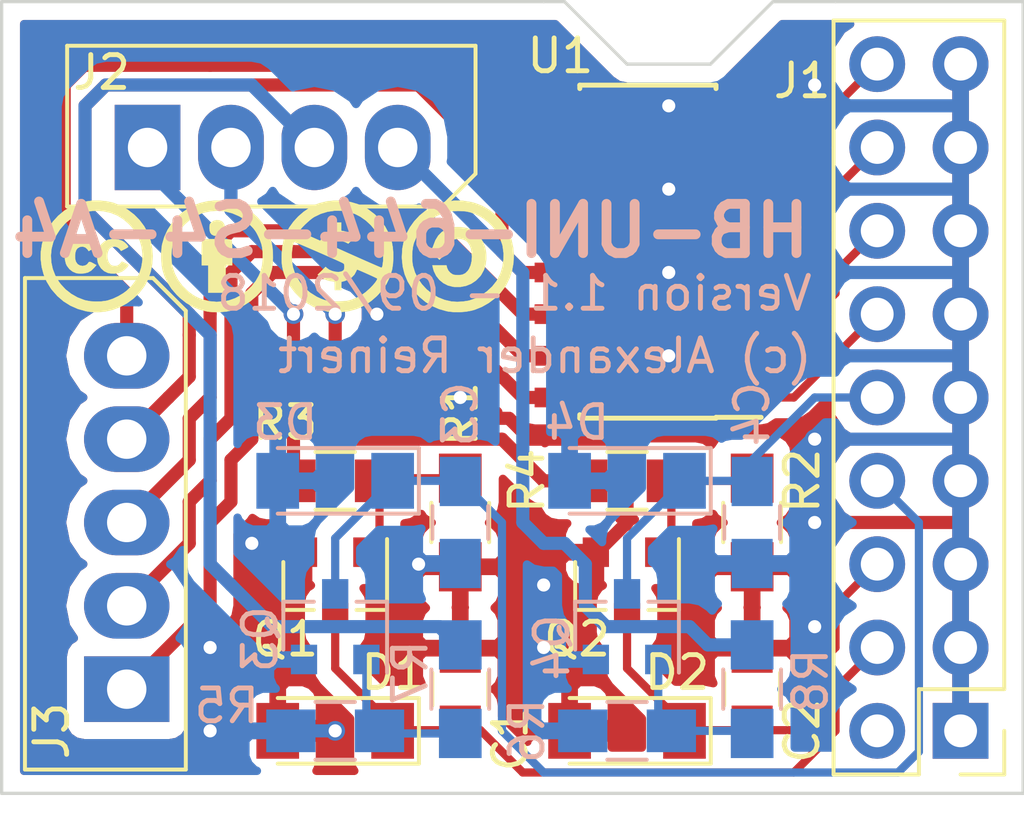
<source format=kicad_pcb>
(kicad_pcb (version 20171130) (host pcbnew "(5.0.1)-3")

  (general
    (thickness 1.6)
    (drawings 13)
    (tracks 234)
    (zones 0)
    (modules 25)
    (nets 30)
  )

  (page A4)
  (title_block
    (title HB-UNI-644-S4-A4)
    (date 2018-06-21)
    (rev 2.0)
    (company "Alexander Reinert")
  )

  (layers
    (0 F.Cu signal)
    (31 B.Cu signal)
    (32 B.Adhes user hide)
    (33 F.Adhes user hide)
    (34 B.Paste user hide)
    (35 F.Paste user hide)
    (36 B.SilkS user)
    (37 F.SilkS user)
    (38 B.Mask user hide)
    (39 F.Mask user hide)
    (40 Dwgs.User user hide)
    (41 Cmts.User user hide)
    (42 Eco1.User user hide)
    (43 Eco2.User user hide)
    (44 Edge.Cuts user)
    (45 Margin user hide)
    (46 B.CrtYd user hide)
    (47 F.CrtYd user hide)
    (48 B.Fab user hide)
    (49 F.Fab user hide)
  )

  (setup
    (last_trace_width 0.25)
    (trace_clearance 0.2)
    (zone_clearance 0.508)
    (zone_45_only no)
    (trace_min 0.25)
    (segment_width 0.2)
    (edge_width 0.1)
    (via_size 0.6)
    (via_drill 0.4)
    (via_min_size 0.4)
    (via_min_drill 0.3)
    (uvia_size 0.3)
    (uvia_drill 0.1)
    (uvias_allowed no)
    (uvia_min_size 0.2)
    (uvia_min_drill 0.1)
    (pcb_text_width 0.3)
    (pcb_text_size 1.5 1.5)
    (mod_edge_width 0.15)
    (mod_text_size 1 1)
    (mod_text_width 0.15)
    (pad_size 1.35 1.35)
    (pad_drill 0)
    (pad_to_mask_clearance 0)
    (solder_mask_min_width 0.25)
    (aux_axis_origin 0 0)
    (visible_elements 7FFEFF7F)
    (pcbplotparams
      (layerselection 0x010f0_80000001)
      (usegerberextensions false)
      (usegerberattributes true)
      (usegerberadvancedattributes false)
      (creategerberjobfile false)
      (excludeedgelayer true)
      (linewidth 0.100000)
      (plotframeref false)
      (viasonmask false)
      (mode 1)
      (useauxorigin false)
      (hpglpennumber 1)
      (hpglpenspeed 20)
      (hpglpendiameter 15.000000)
      (psnegative false)
      (psa4output false)
      (plotreference true)
      (plotvalue true)
      (plotinvisibletext false)
      (padsonsilk false)
      (subtractmaskfromsilk true)
      (outputformat 1)
      (mirror false)
      (drillshape 0)
      (scaleselection 1)
      (outputdirectory "./Gerber"))
  )

  (net 0 "")
  (net 1 GND)
  (net 2 "Net-(Q1-Pad1)")
  (net 3 "Net-(Q2-Pad1)")
  (net 4 VCC)
  (net 5 /PI1)
  (net 6 /PI2)
  (net 7 /PI3)
  (net 8 /PI4)
  (net 9 /PO1)
  (net 10 /PO2)
  (net 11 /PO3)
  (net 12 /PO4)
  (net 13 /IN1)
  (net 14 /IN2)
  (net 15 /IN3)
  (net 16 /IN4)
  (net 17 /OUT1)
  (net 18 /OUT2)
  (net 19 /OUT3)
  (net 20 /OUT4)
  (net 21 /COM)
  (net 22 "Net-(Q3-Pad1)")
  (net 23 "Net-(Q4-Pad1)")
  (net 24 "Net-(U1-Pad5)")
  (net 25 "Net-(U1-Pad6)")
  (net 26 "Net-(U1-Pad7)")
  (net 27 "Net-(U1-Pad10)")
  (net 28 "Net-(U1-Pad11)")
  (net 29 "Net-(U1-Pad12)")

  (net_class Default "Dies ist die voreingestellte Netzklasse."
    (clearance 0.2)
    (trace_width 0.25)
    (via_dia 0.6)
    (via_drill 0.4)
    (uvia_dia 0.3)
    (uvia_drill 0.1)
    (add_net /PI1)
    (add_net /PI2)
    (add_net /PI3)
    (add_net /PI4)
    (add_net /PO1)
    (add_net /PO2)
    (add_net /PO3)
    (add_net /PO4)
    (add_net "Net-(Q1-Pad1)")
    (add_net "Net-(Q2-Pad1)")
    (add_net "Net-(Q3-Pad1)")
    (add_net "Net-(Q4-Pad1)")
    (add_net "Net-(U1-Pad10)")
    (add_net "Net-(U1-Pad11)")
    (add_net "Net-(U1-Pad12)")
    (add_net "Net-(U1-Pad5)")
    (add_net "Net-(U1-Pad6)")
    (add_net "Net-(U1-Pad7)")
  )

  (net_class VCC ""
    (clearance 0.2)
    (trace_width 0.4)
    (via_dia 0.6)
    (via_drill 0.4)
    (uvia_dia 0.3)
    (uvia_drill 0.1)
    (add_net /COM)
    (add_net /IN1)
    (add_net /IN2)
    (add_net /IN3)
    (add_net /IN4)
    (add_net /OUT1)
    (add_net /OUT2)
    (add_net /OUT3)
    (add_net /OUT4)
    (add_net GND)
    (add_net VCC)
  )

  (module Pin_Headers:Pin_Header_Straight_2x09_Pitch2.54mm (layer F.Cu) (tedit 5B79D7CC) (tstamp 5B79C7C1)
    (at 118.11 104.14 180)
    (descr "Through hole straight pin header, 2x09, 2.54mm pitch, double rows")
    (tags "Through hole pin header THT 2x09 2.54mm double row")
    (path /5B2AB62D)
    (fp_text reference J1 (at 4.826 19.812 180) (layer F.SilkS)
      (effects (font (size 1 1) (thickness 0.15)))
    )
    (fp_text value GPIO (at 1.27 22.65 180) (layer F.Fab)
      (effects (font (size 1 1) (thickness 0.15)))
    )
    (fp_line (start 0 -1.27) (end 3.81 -1.27) (layer F.Fab) (width 0.1))
    (fp_line (start 3.81 -1.27) (end 3.81 21.59) (layer F.Fab) (width 0.1))
    (fp_line (start 3.81 21.59) (end -1.27 21.59) (layer F.Fab) (width 0.1))
    (fp_line (start -1.27 21.59) (end -1.27 0) (layer F.Fab) (width 0.1))
    (fp_line (start -1.27 0) (end 0 -1.27) (layer F.Fab) (width 0.1))
    (fp_line (start -1.33 21.65) (end 3.87 21.65) (layer F.SilkS) (width 0.12))
    (fp_line (start -1.33 1.27) (end -1.33 21.65) (layer F.SilkS) (width 0.12))
    (fp_line (start 3.87 -1.33) (end 3.87 21.65) (layer F.SilkS) (width 0.12))
    (fp_line (start -1.33 1.27) (end 1.27 1.27) (layer F.SilkS) (width 0.12))
    (fp_line (start 1.27 1.27) (end 1.27 -1.33) (layer F.SilkS) (width 0.12))
    (fp_line (start 1.27 -1.33) (end 3.87 -1.33) (layer F.SilkS) (width 0.12))
    (fp_line (start -1.33 0) (end -1.33 -1.33) (layer F.SilkS) (width 0.12))
    (fp_line (start -1.33 -1.33) (end 0 -1.33) (layer F.SilkS) (width 0.12))
    (fp_line (start -1.8 -1.8) (end -1.8 22.1) (layer F.CrtYd) (width 0.05))
    (fp_line (start -1.8 22.1) (end 4.35 22.1) (layer F.CrtYd) (width 0.05))
    (fp_line (start 4.35 22.1) (end 4.35 -1.8) (layer F.CrtYd) (width 0.05))
    (fp_line (start 4.35 -1.8) (end -1.8 -1.8) (layer F.CrtYd) (width 0.05))
    (fp_text user %R (at 1.27 10.16 270) (layer F.Fab)
      (effects (font (size 1 1) (thickness 0.15)))
    )
    (pad 1 thru_hole rect (at 0 0 180) (size 1.7 1.7) (drill 1) (layers *.Cu *.Mask)
      (net 1 GND))
    (pad 2 thru_hole oval (at 2.54 0 180) (size 1.7 1.7) (drill 1) (layers *.Cu *.Mask)
      (net 4 VCC))
    (pad 3 thru_hole oval (at 0 2.54 180) (size 1.7 1.7) (drill 1) (layers *.Cu *.Mask)
      (net 1 GND))
    (pad 4 thru_hole oval (at 2.54 2.54 180) (size 1.7 1.7) (drill 1) (layers *.Cu *.Mask)
      (net 5 /PI1))
    (pad 5 thru_hole oval (at 0 5.08 180) (size 1.7 1.7) (drill 1) (layers *.Cu *.Mask)
      (net 1 GND))
    (pad 6 thru_hole oval (at 2.54 5.08 180) (size 1.7 1.7) (drill 1) (layers *.Cu *.Mask)
      (net 6 /PI2))
    (pad 7 thru_hole oval (at 0 7.62 180) (size 1.7 1.7) (drill 1) (layers *.Cu *.Mask)
      (net 1 GND))
    (pad 8 thru_hole oval (at 2.54 7.62 180) (size 1.7 1.7) (drill 1) (layers *.Cu *.Mask)
      (net 7 /PI3))
    (pad 9 thru_hole oval (at 0 10.16 180) (size 1.7 1.7) (drill 1) (layers *.Cu *.Mask)
      (net 1 GND))
    (pad 10 thru_hole oval (at 2.54 10.16 180) (size 1.7 1.7) (drill 1) (layers *.Cu *.Mask)
      (net 8 /PI4))
    (pad 11 thru_hole oval (at 0 12.7 180) (size 1.7 1.7) (drill 1) (layers *.Cu *.Mask)
      (net 1 GND))
    (pad 12 thru_hole oval (at 2.54 12.7 180) (size 1.7 1.7) (drill 1) (layers *.Cu *.Mask)
      (net 9 /PO1))
    (pad 13 thru_hole oval (at 0 15.24 180) (size 1.7 1.7) (drill 1) (layers *.Cu *.Mask)
      (net 1 GND))
    (pad 14 thru_hole oval (at 2.54 15.24 180) (size 1.7 1.7) (drill 1) (layers *.Cu *.Mask)
      (net 10 /PO2))
    (pad 15 thru_hole oval (at 0 17.78 180) (size 1.7 1.7) (drill 1) (layers *.Cu *.Mask)
      (net 1 GND))
    (pad 16 thru_hole oval (at 2.54 17.78 180) (size 1.7 1.7) (drill 1) (layers *.Cu *.Mask)
      (net 11 /PO3))
    (pad 17 thru_hole oval (at 0 20.32 180) (size 1.7 1.7) (drill 1) (layers *.Cu *.Mask)
      (net 1 GND))
    (pad 18 thru_hole oval (at 2.54 20.32 180) (size 1.7 1.7) (drill 1) (layers *.Cu *.Mask)
      (net 12 /PO4))
    (model ${KISYS3DMOD}/Pin_Headers.3dshapes/Pin_Header_Straight_2x09_Pitch2.54mm.wrl
      (at (xyz 0 0 0))
      (scale (xyz 1 1 1))
      (rotate (xyz 0 0 0))
    )
  )

  (module Homebrew:CC-BY-ND-SA (layer F.Cu) (tedit 0) (tstamp 5B63604B)
    (at 97.282 89.662)
    (fp_text reference G*** (at 0 0) (layer F.SilkS) hide
      (effects (font (size 1.524 1.524) (thickness 0.3)))
    )
    (fp_text value LOGO (at 0.75 0) (layer F.SilkS) hide
      (effects (font (size 1.524 1.524) (thickness 0.3)))
    )
    (fp_poly (pts (xy -5.209548 -1.665688) (xy -5.011275 -1.624538) (xy -4.972053 -1.612777) (xy -4.7484 -1.523512)
      (xy -4.539651 -1.404256) (xy -4.349534 -1.258324) (xy -4.181776 -1.089031) (xy -4.040104 -0.899692)
      (xy -3.928245 -0.693624) (xy -3.921431 -0.678206) (xy -3.84411 -0.458242) (xy -3.797539 -0.228325)
      (xy -3.781301 0.006356) (xy -3.794982 0.240611) (xy -3.838168 0.469251) (xy -3.910442 0.687086)
      (xy -4.01139 0.888927) (xy -4.051842 0.9525) (xy -4.199518 1.140499) (xy -4.371038 1.305048)
      (xy -4.562485 1.444516) (xy -4.769941 1.557273) (xy -4.989492 1.641687) (xy -5.217219 1.696128)
      (xy -5.449207 1.718963) (xy -5.681539 1.708563) (xy -5.814786 1.686684) (xy -6.061183 1.617314)
      (xy -6.28875 1.516971) (xy -6.496853 1.386071) (xy -6.684853 1.22503) (xy -6.852113 1.034264)
      (xy -6.887783 0.985947) (xy -7.009938 0.784507) (xy -7.101444 0.567448) (xy -7.161776 0.339383)
      (xy -7.190409 0.104923) (xy -7.188641 -0.011407) (xy -6.882572 -0.011407) (xy -6.870738 0.196538)
      (xy -6.826092 0.401799) (xy -6.748416 0.601129) (xy -6.637496 0.79128) (xy -6.579925 0.86891)
      (xy -6.433303 1.025609) (xy -6.261635 1.160442) (xy -6.07167 1.269028) (xy -5.87016 1.346981)
      (xy -5.823857 1.359867) (xy -5.67923 1.385972) (xy -5.516996 1.396701) (xy -5.351947 1.392064)
      (xy -5.198876 1.372073) (xy -5.142581 1.359329) (xy -4.989449 1.307458) (xy -4.830059 1.232836)
      (xy -4.678485 1.142765) (xy -4.568807 1.061597) (xy -4.415184 0.911264) (xy -4.289824 0.740698)
      (xy -4.193725 0.553611) (xy -4.12789 0.353716) (xy -4.093317 0.144726) (xy -4.091008 -0.069647)
      (xy -4.121961 -0.285689) (xy -4.164746 -0.438252) (xy -4.237973 -0.612176) (xy -4.336239 -0.772571)
      (xy -4.464267 -0.926713) (xy -4.516151 -0.979714) (xy -4.684396 -1.123003) (xy -4.865355 -1.233195)
      (xy -5.061537 -1.311404) (xy -5.275449 -1.358743) (xy -5.400447 -1.371946) (xy -5.62394 -1.369882)
      (xy -5.839153 -1.333056) (xy -6.043454 -1.26245) (xy -6.234208 -1.159049) (xy -6.408782 -1.023834)
      (xy -6.457106 -0.977712) (xy -6.606097 -0.805066) (xy -6.723355 -0.618865) (xy -6.808664 -0.422356)
      (xy -6.861809 -0.218788) (xy -6.882572 -0.011407) (xy -7.188641 -0.011407) (xy -7.186817 -0.131323)
      (xy -7.150476 -0.364741) (xy -7.080859 -0.590721) (xy -7.070352 -0.616857) (xy -6.960716 -0.837412)
      (xy -6.822852 -1.039041) (xy -6.659913 -1.218727) (xy -6.475054 -1.373451) (xy -6.271427 -1.500196)
      (xy -6.052187 -1.595945) (xy -6.044305 -1.598686) (xy -5.850616 -1.649898) (xy -5.639843 -1.678229)
      (xy -5.422613 -1.683539) (xy -5.209548 -1.665688)) (layer F.SilkS) (width 0.01))
    (fp_poly (pts (xy -1.636143 -1.67626) (xy -1.403079 -1.637746) (xy -1.179769 -1.568814) (xy -0.986833 -1.478224)
      (xy -0.779738 -1.342441) (xy -0.59637 -1.181093) (xy -0.43897 -0.997087) (xy -0.309774 -0.793329)
      (xy -0.211024 -0.572727) (xy -0.159912 -0.40461) (xy -0.134681 -0.264319) (xy -0.120853 -0.10248)
      (xy -0.118435 0.06821) (xy -0.127432 0.235057) (xy -0.147849 0.385362) (xy -0.159515 0.439225)
      (xy -0.230871 0.66252) (xy -0.33074 0.8663) (xy -0.461523 1.054705) (xy -0.61078 1.2176)
      (xy -0.806204 1.384306) (xy -1.015784 1.517926) (xy -1.241457 1.619542) (xy -1.437722 1.679217)
      (xy -1.538577 1.697202) (xy -1.66278 1.709235) (xy -1.797834 1.714997) (xy -1.931241 1.71417)
      (xy -2.050505 1.706436) (xy -2.119685 1.696588) (xy -2.351131 1.637328) (xy -2.562754 1.551066)
      (xy -2.759209 1.435249) (xy -2.945147 1.287321) (xy -3.050044 1.185764) (xy -3.208286 1.001506)
      (xy -3.33287 0.808922) (xy -3.426197 0.603741) (xy -3.482731 0.416289) (xy -3.501917 0.306727)
      (xy -3.514317 0.173881) (xy -3.519754 0.029675) (xy -3.519671 0.022607) (xy -3.211167 0.022607)
      (xy -3.204215 0.178655) (xy -3.183128 0.319429) (xy -3.177241 0.344413) (xy -3.107204 0.548893)
      (xy -3.004823 0.74173) (xy -2.873454 0.917767) (xy -2.716456 1.071846) (xy -2.689246 1.094066)
      (xy -2.577706 1.177798) (xy -2.476587 1.241164) (xy -2.372813 1.291442) (xy -2.256932 1.334699)
      (xy -2.05299 1.384973) (xy -1.838685 1.40412) (xy -1.622769 1.391855) (xy -1.460643 1.360751)
      (xy -1.271461 1.294796) (xy -1.089039 1.197656) (xy -0.919259 1.074171) (xy -0.768003 0.929184)
      (xy -0.641153 0.767536) (xy -0.553937 0.614403) (xy -0.500362 0.489954) (xy -0.463582 0.374559)
      (xy -0.441035 0.25607) (xy -0.430159 0.122342) (xy -0.428125 0.018143) (xy -0.431493 -0.126899)
      (xy -0.444246 -0.248906) (xy -0.469301 -0.360547) (xy -0.509572 -0.474491) (xy -0.567975 -0.603408)
      (xy -0.57396 -0.615647) (xy -0.614333 -0.693833) (xy -0.653441 -0.758067) (xy -0.698448 -0.817893)
      (xy -0.756517 -0.882857) (xy -0.832654 -0.960361) (xy -0.926642 -1.050032) (xy -1.00769 -1.118049)
      (xy -1.084943 -1.171551) (xy -1.15225 -1.209794) (xy -1.360218 -1.29886) (xy -1.576631 -1.354014)
      (xy -1.797434 -1.374956) (xy -2.018577 -1.361389) (xy -2.236007 -1.313013) (xy -2.293345 -1.294018)
      (xy -2.476559 -1.21055) (xy -2.649753 -1.09605) (xy -2.808183 -0.955386) (xy -2.947102 -0.793426)
      (xy -3.061764 -0.615039) (xy -3.147424 -0.425093) (xy -3.151415 -0.413789) (xy -3.184347 -0.285953)
      (xy -3.204404 -0.136375) (xy -3.211167 0.022607) (xy -3.519671 0.022607) (xy -3.518052 -0.113967)
      (xy -3.509036 -0.24512) (xy -3.493989 -0.345158) (xy -3.427876 -0.571279) (xy -3.329181 -0.786611)
      (xy -3.200928 -0.987354) (xy -3.046142 -1.169705) (xy -2.867847 -1.329863) (xy -2.669069 -1.464024)
      (xy -2.556978 -1.523035) (xy -2.339379 -1.607745) (xy -2.109742 -1.661415) (xy -1.873514 -1.684202)
      (xy -1.636143 -1.67626)) (layer F.SilkS) (width 0.01))
    (fp_poly (pts (xy 2.004497 -1.677952) (xy 2.239964 -1.640843) (xy 2.466241 -1.573957) (xy 2.677838 -1.477988)
      (xy 2.781126 -1.416245) (xy 2.980099 -1.265197) (xy 3.152477 -1.090769) (xy 3.296565 -0.895326)
      (xy 3.41067 -0.681233) (xy 3.493097 -0.450855) (xy 3.504902 -0.405983) (xy 3.530828 -0.262819)
      (xy 3.544851 -0.098346) (xy 3.546966 0.074642) (xy 3.53717 0.24335) (xy 3.515455 0.394984)
      (xy 3.505228 0.440896) (xy 3.435023 0.661014) (xy 3.337718 0.86115) (xy 3.210384 1.046302)
      (xy 3.050096 1.221468) (xy 3.045444 1.225952) (xy 2.879178 1.371149) (xy 2.711865 1.486251)
      (xy 2.534883 1.576649) (xy 2.404276 1.626876) (xy 2.175011 1.687526) (xy 1.937941 1.717256)
      (xy 1.701738 1.715379) (xy 1.542143 1.695) (xy 1.316831 1.636381) (xy 1.100807 1.54555)
      (xy 0.897824 1.425774) (xy 0.711631 1.280321) (xy 0.54598 1.112458) (xy 0.404622 0.925453)
      (xy 0.291308 0.722574) (xy 0.221183 0.544286) (xy 0.187458 0.42911) (xy 0.16476 0.32333)
      (xy 0.151773 0.215805) (xy 0.147183 0.09539) (xy 0.148609 0.012653) (xy 0.453886 0.012653)
      (xy 0.462432 0.189028) (xy 0.489328 0.345411) (xy 0.537478 0.494643) (xy 0.588379 0.607786)
      (xy 0.705747 0.806105) (xy 0.847631 0.977745) (xy 1.014726 1.123399) (xy 1.207726 1.243761)
      (xy 1.244985 1.262654) (xy 1.356604 1.313919) (xy 1.456625 1.350444) (xy 1.555093 1.37419)
      (xy 1.662052 1.387115) (xy 1.787548 1.391182) (xy 1.895928 1.389701) (xy 2.011783 1.385462)
      (xy 2.100421 1.378873) (xy 2.170889 1.368794) (xy 2.232236 1.354087) (xy 2.267465 1.342897)
      (xy 2.432452 1.278043) (xy 2.575614 1.201601) (xy 2.708674 1.106262) (xy 2.843352 0.984717)
      (xy 2.846005 0.982105) (xy 2.924337 0.900668) (xy 2.987461 0.826668) (xy 3.032432 0.764215)
      (xy 3.056307 0.717421) (xy 3.056142 0.690396) (xy 3.055431 0.689619) (xy 3.03471 0.677732)
      (xy 2.987457 0.654544) (xy 2.920282 0.623012) (xy 2.839792 0.586097) (xy 2.752595 0.546758)
      (xy 2.6653 0.507955) (xy 2.584516 0.472646) (xy 2.516849 0.443792) (xy 2.468909 0.424352)
      (xy 2.447347 0.417286) (xy 2.433463 0.432531) (xy 2.416458 0.469726) (xy 2.4147 0.474635)
      (xy 2.361869 0.573238) (xy 2.279408 0.658617) (xy 2.172931 0.726175) (xy 2.054208 0.769775)
      (xy 1.9685 0.791694) (xy 1.966376 0.917454) (xy 1.964253 1.043214) (xy 1.768928 1.043214)
      (xy 1.758358 0.78466) (xy 1.651666 0.772589) (xy 1.556675 0.75144) (xy 1.45191 0.711814)
      (xy 1.353461 0.660683) (xy 1.289366 0.615597) (xy 1.245231 0.578461) (xy 1.365851 0.457841)
      (xy 1.486471 0.337222) (xy 1.52814 0.376367) (xy 1.599844 0.42682) (xy 1.688433 0.464262)
      (xy 1.784297 0.487079) (xy 1.877826 0.493657) (xy 1.959408 0.482382) (xy 2.012083 0.457629)
      (xy 2.041772 0.429061) (xy 2.055706 0.392767) (xy 2.059214 0.334737) (xy 2.059214 0.33372)
      (xy 2.057109 0.27913) (xy 2.04614 0.247513) (xy 2.019323 0.225605) (xy 1.995714 0.213102)
      (xy 1.944855 0.188646) (xy 1.869545 0.153905) (xy 1.773873 0.110654) (xy 1.661926 0.06067)
      (xy 1.537793 0.005728) (xy 1.40556 -0.052397) (xy 1.269315 -0.111929) (xy 1.133145 -0.171093)
      (xy 1.00114 -0.228113) (xy 0.877385 -0.281213) (xy 0.765969 -0.328618) (xy 0.67098 -0.368552)
      (xy 0.596505 -0.39924) (xy 0.546631 -0.418906) (xy 0.525446 -0.425775) (xy 0.525079 -0.4257)
      (xy 0.509594 -0.399671) (xy 0.493846 -0.345314) (xy 0.479123 -0.270558) (xy 0.466712 -0.183325)
      (xy 0.457899 -0.091544) (xy 0.453974 -0.003139) (xy 0.453886 0.012653) (xy 0.148609 0.012653)
      (xy 0.149673 -0.049056) (xy 0.150016 -0.058632) (xy 0.170045 -0.288086) (xy 0.213987 -0.494986)
      (xy 0.284269 -0.686021) (xy 0.321729 -0.754798) (xy 0.68963 -0.754798) (xy 0.705166 -0.738069)
      (xy 0.745722 -0.713385) (xy 0.802544 -0.686068) (xy 0.803022 -0.685861) (xy 0.866491 -0.658202)
      (xy 0.951129 -0.621009) (xy 1.044976 -0.579548) (xy 1.120374 -0.54608) (xy 1.324534 -0.455224)
      (xy 1.36126 -0.527213) (xy 1.426479 -0.615262) (xy 1.522788 -0.685016) (xy 1.649796 -0.736222)
      (xy 1.709964 -0.751645) (xy 1.736079 -0.759245) (xy 1.750997 -0.7733) (xy 1.75785 -0.802453)
      (xy 1.759769 -0.855343) (xy 1.759857 -0.889346) (xy 1.759857 -1.016) (xy 1.959428 -1.016)
      (xy 1.959428 -0.763644) (xy 2.027464 -0.752492) (xy 2.110114 -0.733338) (xy 2.198444 -0.703976)
      (xy 2.279314 -0.669466) (xy 2.339584 -0.634867) (xy 2.346385 -0.629703) (xy 2.396383 -0.589643)
      (xy 2.177621 -0.373537) (xy 2.091696 -0.415283) (xy 1.999013 -0.449818) (xy 1.906475 -0.465989)
      (xy 1.820922 -0.464512) (xy 1.749195 -0.446104) (xy 1.698134 -0.411481) (xy 1.67656 -0.371796)
      (xy 1.67292 -0.330936) (xy 1.68045 -0.308027) (xy 1.70022 -0.297221) (xy 1.749075 -0.273733)
      (xy 1.822903 -0.23939) (xy 1.917596 -0.196024) (xy 2.029046 -0.145462) (xy 2.153142 -0.089536)
      (xy 2.285775 -0.030073) (xy 2.422837 0.031096) (xy 2.560218 0.092142) (xy 2.693809 0.151236)
      (xy 2.819501 0.206547) (xy 2.933184 0.256248) (xy 3.03075 0.298508) (xy 3.108089 0.331498)
      (xy 3.161091 0.353388) (xy 3.185649 0.362349) (xy 3.186492 0.362469) (xy 3.204742 0.347183)
      (xy 3.217829 0.312964) (xy 3.240011 0.150735) (xy 3.242527 -0.027907) (xy 3.226174 -0.209412)
      (xy 3.191753 -0.38023) (xy 3.173303 -0.441931) (xy 3.098341 -0.614798) (xy 2.992572 -0.78221)
      (xy 2.861473 -0.938372) (xy 2.710522 -1.077488) (xy 2.545195 -1.193762) (xy 2.385748 -1.275307)
      (xy 2.183792 -1.341028) (xy 1.972543 -1.3741) (xy 1.757563 -1.374978) (xy 1.544415 -1.344119)
      (xy 1.338661 -1.281978) (xy 1.145866 -1.189011) (xy 1.116601 -1.171312) (xy 1.060957 -1.132024)
      (xy 0.994994 -1.07838) (xy 0.924194 -1.01573) (xy 0.854044 -0.949424) (xy 0.790028 -0.884813)
      (xy 0.737631 -0.827246) (xy 0.702338 -0.782075) (xy 0.68963 -0.754798) (xy 0.321729 -0.754798)
      (xy 0.383319 -0.867877) (xy 0.505043 -1.036698) (xy 0.651739 -1.197408) (xy 0.818283 -1.341616)
      (xy 0.997318 -1.464061) (xy 1.181489 -1.559483) (xy 1.297846 -1.603681) (xy 1.527949 -1.660064)
      (xy 1.765329 -1.68459) (xy 2.004497 -1.677952)) (layer F.SilkS) (width 0.01))
    (fp_poly (pts (xy 5.670842 -1.677935) (xy 5.915989 -1.63849) (xy 6.050643 -1.601909) (xy 6.269262 -1.514938)
      (xy 6.474607 -1.395684) (xy 6.663296 -1.246777) (xy 6.831945 -1.070844) (xy 6.962883 -0.892993)
      (xy 7.071921 -0.691595) (xy 7.150769 -0.474874) (xy 7.199461 -0.247583) (xy 7.218029 -0.014479)
      (xy 7.206508 0.219682) (xy 7.164931 0.450144) (xy 7.09333 0.672153) (xy 6.99174 0.880951)
      (xy 6.949976 0.948698) (xy 6.811165 1.129568) (xy 6.644386 1.293309) (xy 6.455571 1.435725)
      (xy 6.250655 1.552615) (xy 6.035573 1.639782) (xy 5.930782 1.669753) (xy 5.763154 1.700578)
      (xy 5.581777 1.715724) (xy 5.400261 1.714879) (xy 5.232217 1.697733) (xy 5.17534 1.687012)
      (xy 4.941487 1.621211) (xy 4.729088 1.529022) (xy 4.533181 1.407644) (xy 4.348806 1.254278)
      (xy 4.270165 1.176054) (xy 4.111735 0.985678) (xy 3.986368 0.780431) (xy 3.894291 0.560879)
      (xy 3.83573 0.327589) (xy 3.810911 0.08113) (xy 3.81 0.02224) (xy 3.810835 0.007953)
      (xy 4.121254 0.007953) (xy 4.124758 0.146854) (xy 4.13872 0.270671) (xy 4.144659 0.301355)
      (xy 4.206645 0.50465) (xy 4.299913 0.695355) (xy 4.420897 0.8702) (xy 4.566033 1.025918)
      (xy 4.731755 1.159241) (xy 4.914498 1.2669) (xy 5.110698 1.345626) (xy 5.316789 1.392153)
      (xy 5.337499 1.394872) (xy 5.49535 1.403679) (xy 5.664778 1.395219) (xy 5.826203 1.370751)
      (xy 5.869071 1.360751) (xy 6.056878 1.295399) (xy 6.239622 1.198982) (xy 6.410435 1.076679)
      (xy 6.562449 0.933665) (xy 6.688794 0.775117) (xy 6.727552 0.713739) (xy 6.813562 0.533659)
      (xy 6.872816 0.335649) (xy 6.904311 0.127345) (xy 6.907043 -0.083619) (xy 6.880007 -0.28961)
      (xy 6.866866 -0.345744) (xy 6.799893 -0.535577) (xy 6.701334 -0.717408) (xy 6.575816 -0.885598)
      (xy 6.42796 -1.034507) (xy 6.262392 -1.158496) (xy 6.147519 -1.223027) (xy 6.017285 -1.282756)
      (xy 5.90246 -1.32426) (xy 5.790443 -1.350436) (xy 5.668632 -1.364183) (xy 5.524424 -1.3684)
      (xy 5.515428 -1.368413) (xy 5.338795 -1.361192) (xy 5.184248 -1.337577) (xy 5.040251 -1.29482)
      (xy 4.895269 -1.230173) (xy 4.862285 -1.212842) (xy 4.682817 -1.096421) (xy 4.520049 -0.951294)
      (xy 4.378505 -0.782938) (xy 4.262708 -0.596828) (xy 4.17718 -0.398441) (xy 4.168965 -0.373438)
      (xy 4.143811 -0.264774) (xy 4.127756 -0.133449) (xy 4.121254 0.007953) (xy 3.810835 0.007953)
      (xy 3.824302 -0.222432) (xy 3.868255 -0.448631) (xy 3.94343 -0.660866) (xy 4.051396 -0.863645)
      (xy 4.182697 -1.047804) (xy 4.349783 -1.228665) (xy 4.537058 -1.380734) (xy 4.741512 -1.503119)
      (xy 4.960129 -1.594925) (xy 5.189899 -1.655259) (xy 5.427807 -1.683227) (xy 5.670842 -1.677935)) (layer F.SilkS) (width 0.01))
    (fp_poly (pts (xy -5.843953 -0.500439) (xy -5.757446 -0.482839) (xy -5.749031 -0.480035) (xy -5.700535 -0.455967)
      (xy -5.644831 -0.418203) (xy -5.590408 -0.373943) (xy -5.545751 -0.33039) (xy -5.519348 -0.294746)
      (xy -5.515644 -0.281973) (xy -5.53052 -0.264326) (xy -5.569301 -0.236276) (xy -5.623252 -0.204088)
      (xy -5.730645 -0.145104) (xy -5.769091 -0.199097) (xy -5.828835 -0.254083) (xy -5.904 -0.280239)
      (xy -5.984781 -0.27482) (xy -6.009283 -0.266361) (xy -6.072088 -0.228314) (xy -6.113801 -0.172277)
      (xy -6.13806 -0.091943) (xy -6.14572 -0.029835) (xy -6.145108 0.086167) (xy -6.121607 0.177082)
      (xy -6.074001 0.246926) (xy -6.057111 0.262478) (xy -5.991622 0.298108) (xy -5.916913 0.309361)
      (xy -5.843584 0.297538) (xy -5.782234 0.263942) (xy -5.750213 0.224782) (xy -5.728724 0.194672)
      (xy -5.701887 0.184365) (xy -5.662118 0.194242) (xy -5.601833 0.224686) (xy -5.587104 0.233015)
      (xy -5.49678 0.284602) (xy -5.571814 0.369845) (xy -5.658971 0.452843) (xy -5.751414 0.505228)
      (xy -5.859562 0.531957) (xy -5.923643 0.537288) (xy -5.996805 0.538034) (xy -6.063044 0.534665)
      (xy -6.105072 0.528499) (xy -6.218229 0.481018) (xy -6.316183 0.404686) (xy -6.391717 0.306046)
      (xy -6.422688 0.240452) (xy -6.45238 0.117926) (xy -6.458053 -0.016497) (xy -6.439748 -0.147547)
      (xy -6.421555 -0.207195) (xy -6.373897 -0.296042) (xy -6.303931 -0.37868) (xy -6.221605 -0.445362)
      (xy -6.136867 -0.486341) (xy -6.136564 -0.486432) (xy -6.049851 -0.502506) (xy -5.946868 -0.507085)
      (xy -5.843953 -0.500439)) (layer F.SilkS) (width 0.01))
    (fp_poly (pts (xy -4.925138 -0.505796) (xy -4.81855 -0.491246) (xy -4.726924 -0.463993) (xy -4.693669 -0.447651)
      (xy -4.639115 -0.409823) (xy -4.588988 -0.365166) (xy -4.550081 -0.321093) (xy -4.529184 -0.285019)
      (xy -4.529165 -0.268063) (xy -4.549131 -0.252659) (xy -4.592001 -0.22733) (xy -4.641358 -0.20123)
      (xy -4.744357 -0.149271) (xy -4.777776 -0.193653) (xy -4.817814 -0.232366) (xy -4.869336 -0.265727)
      (xy -4.872397 -0.267221) (xy -4.947499 -0.28463) (xy -5.023094 -0.271287) (xy -5.087866 -0.230532)
      (xy -5.116265 -0.195244) (xy -5.152204 -0.107439) (xy -5.165591 -0.007448) (xy -5.157294 0.093932)
      (xy -5.128182 0.185902) (xy -5.079925 0.256867) (xy -5.0414 0.288969) (xy -4.999968 0.304281)
      (xy -4.939733 0.308413) (xy -4.93386 0.308429) (xy -4.874027 0.305564) (xy -4.833513 0.292248)
      (xy -4.795506 0.2614) (xy -4.777066 0.242382) (xy -4.714776 0.176335) (xy -4.624054 0.218826)
      (xy -4.57219 0.244896) (xy -4.535268 0.266765) (xy -4.524183 0.276124) (xy -4.527781 0.301789)
      (xy -4.554432 0.341255) (xy -4.597453 0.387528) (xy -4.650161 0.433616) (xy -4.705872 0.472524)
      (xy -4.719126 0.480114) (xy -4.824046 0.520178) (xy -4.944788 0.539238) (xy -5.06673 0.536033)
      (xy -5.152572 0.517493) (xy -5.26254 0.463284) (xy -5.353645 0.37893) (xy -5.418378 0.277249)
      (xy -5.44427 0.218917) (xy -5.459545 0.165976) (xy -5.466834 0.104803) (xy -5.468772 0.021776)
      (xy -5.468776 0.016534) (xy -5.467255 -0.066199) (xy -5.460852 -0.126179) (xy -5.446806 -0.176873)
      (xy -5.422354 -0.231753) (xy -5.414807 -0.246699) (xy -5.344396 -0.350781) (xy -5.253868 -0.432217)
      (xy -5.150323 -0.484924) (xy -5.12913 -0.49136) (xy -5.03317 -0.506286) (xy -4.925138 -0.505796)) (layer F.SilkS) (width 0.01))
    (fp_poly (pts (xy -1.684775 -0.507665) (xy -1.582561 -0.506458) (xy -1.507467 -0.504075) (xy -1.454911 -0.500211)
      (xy -1.420315 -0.494563) (xy -1.399096 -0.486826) (xy -1.389225 -0.47949) (xy -1.379373 -0.464706)
      (xy -1.37202 -0.4396) (xy -1.366826 -0.399396) (xy -1.363449 -0.339319) (xy -1.361547 -0.254593)
      (xy -1.36078 -0.140441) (xy -1.360715 -0.080347) (xy -1.360715 0.290286) (xy -1.560286 0.290286)
      (xy -1.560286 1.124857) (xy -2.086429 1.124857) (xy -2.086429 0.290286) (xy -2.286 0.290286)
      (xy -2.286 -0.078831) (xy -2.285741 -0.204694) (xy -2.284688 -0.299273) (xy -2.282423 -0.367566)
      (xy -2.278533 -0.414571) (xy -2.272602 -0.445289) (xy -2.264213 -0.464717) (xy -2.252952 -0.477856)
      (xy -2.252822 -0.477974) (xy -2.237759 -0.487929) (xy -2.214354 -0.495451) (xy -2.17789 -0.500868)
      (xy -2.123652 -0.504505) (xy -2.046921 -0.506688) (xy -1.942983 -0.507744) (xy -1.818689 -0.508)
      (xy -1.684775 -0.507665)) (layer F.SilkS) (width 0.01))
    (fp_poly (pts (xy -1.758829 -1.081206) (xy -1.681066 -1.051401) (xy -1.644833 -1.023028) (xy -1.602485 -0.957461)
      (xy -1.58392 -0.876987) (xy -1.588425 -0.792509) (xy -1.615287 -0.714933) (xy -1.663794 -0.655164)
      (xy -1.669155 -0.651061) (xy -1.734456 -0.620972) (xy -1.816263 -0.607523) (xy -1.897774 -0.612956)
      (xy -1.917466 -0.617925) (xy -1.983336 -0.650778) (xy -2.025596 -0.704563) (xy -2.046664 -0.783464)
      (xy -2.050143 -0.847485) (xy -2.048325 -0.914308) (xy -2.040276 -0.957618) (xy -2.022101 -0.990111)
      (xy -1.998444 -1.016061) (xy -1.928279 -1.063325) (xy -1.844821 -1.08511) (xy -1.758829 -1.081206)) (layer F.SilkS) (width 0.01))
    (fp_poly (pts (xy 5.631663 -0.869092) (xy 5.756036 -0.849657) (xy 5.808844 -0.835608) (xy 5.958363 -0.770394)
      (xy 6.089457 -0.675837) (xy 6.199517 -0.555252) (xy 6.285937 -0.411952) (xy 6.346109 -0.249251)
      (xy 6.371997 -0.119868) (xy 6.382633 0.074657) (xy 6.361671 0.257556) (xy 6.30983 0.425875)
      (xy 6.227827 0.576658) (xy 6.190782 0.626424) (xy 6.067105 0.752147) (xy 5.923981 0.84844)
      (xy 5.76494 0.913961) (xy 5.593512 0.947365) (xy 5.413228 0.947307) (xy 5.363715 0.941412)
      (xy 5.210463 0.901754) (xy 5.07216 0.831164) (xy 4.952761 0.733294) (xy 4.856223 0.611792)
      (xy 4.786504 0.470308) (xy 4.76108 0.385536) (xy 4.738558 0.290286) (xy 5.166406 0.290286)
      (xy 5.186431 0.36981) (xy 5.221372 0.44617) (xy 5.280267 0.514618) (xy 5.351973 0.56355)
      (xy 5.384225 0.575773) (xy 5.429607 0.583324) (xy 5.494601 0.588232) (xy 5.54443 0.589337)
      (xy 5.653061 0.574945) (xy 5.743656 0.530985) (xy 5.819732 0.455288) (xy 5.858714 0.395772)
      (xy 5.906243 0.285879) (xy 5.934892 0.161405) (xy 5.945233 0.02991) (xy 5.937837 -0.101048)
      (xy 5.913276 -0.223909) (xy 5.872121 -0.331115) (xy 5.814946 -0.415105) (xy 5.795987 -0.433571)
      (xy 5.706483 -0.489204) (xy 5.600325 -0.518149) (xy 5.48637 -0.519526) (xy 5.373472 -0.492452)
      (xy 5.341462 -0.478806) (xy 5.280718 -0.435252) (xy 5.227647 -0.371815) (xy 5.192726 -0.302371)
      (xy 5.18568 -0.272521) (xy 5.188127 -0.238198) (xy 5.214096 -0.221725) (xy 5.230231 -0.218092)
      (xy 5.249984 -0.213251) (xy 5.258418 -0.204984) (xy 5.252666 -0.188932) (xy 5.229859 -0.160738)
      (xy 5.187131 -0.116041) (xy 5.121614 -0.050484) (xy 5.116838 -0.045735) (xy 4.953 0.117172)
      (xy 4.78912 -0.045735) (xy 4.625239 -0.208643) (xy 4.684798 -0.217714) (xy 4.72315 -0.227831)
      (xy 4.746464 -0.250297) (xy 4.764522 -0.295733) (xy 4.768339 -0.308429) (xy 4.831988 -0.475308)
      (xy 4.916613 -0.61287) (xy 5.022946 -0.72191) (xy 5.151719 -0.803223) (xy 5.263314 -0.846445)
      (xy 5.371321 -0.867763) (xy 5.498764 -0.875219) (xy 5.631663 -0.869092)) (layer F.SilkS) (width 0.01))
  )

  (module Capacitors_SMD:C_0805_HandSoldering (layer F.Cu) (tedit 5B79D322) (tstamp 5B79C702)
    (at 102.87 102.87 90)
    (descr "Capacitor SMD 0805, hand soldering")
    (tags "capacitor 0805")
    (path /5B79C59A)
    (attr smd)
    (fp_text reference C1 (at -1.524 1.524 90) (layer F.SilkS)
      (effects (font (size 1 1) (thickness 0.15)))
    )
    (fp_text value 100n (at 0 1.75 90) (layer F.Fab)
      (effects (font (size 1 1) (thickness 0.15)))
    )
    (fp_text user %R (at 0 -1.75 90) (layer F.Fab)
      (effects (font (size 1 1) (thickness 0.15)))
    )
    (fp_line (start -1 0.62) (end -1 -0.62) (layer F.Fab) (width 0.1))
    (fp_line (start 1 0.62) (end -1 0.62) (layer F.Fab) (width 0.1))
    (fp_line (start 1 -0.62) (end 1 0.62) (layer F.Fab) (width 0.1))
    (fp_line (start -1 -0.62) (end 1 -0.62) (layer F.Fab) (width 0.1))
    (fp_line (start 0.5 -0.85) (end -0.5 -0.85) (layer F.SilkS) (width 0.12))
    (fp_line (start -0.5 0.85) (end 0.5 0.85) (layer F.SilkS) (width 0.12))
    (fp_line (start -2.25 -0.88) (end 2.25 -0.88) (layer F.CrtYd) (width 0.05))
    (fp_line (start -2.25 -0.88) (end -2.25 0.87) (layer F.CrtYd) (width 0.05))
    (fp_line (start 2.25 0.87) (end 2.25 -0.88) (layer F.CrtYd) (width 0.05))
    (fp_line (start 2.25 0.87) (end -2.25 0.87) (layer F.CrtYd) (width 0.05))
    (pad 1 smd rect (at -1.25 0 90) (size 1.5 1.25) (layers F.Cu F.Paste F.Mask)
      (net 5 /PI1))
    (pad 2 smd rect (at 1.25 0 90) (size 1.5 1.25) (layers F.Cu F.Paste F.Mask)
      (net 1 GND))
    (model Capacitors_SMD.3dshapes/C_0805.wrl
      (at (xyz 0 0 0))
      (scale (xyz 1 1 1))
      (rotate (xyz 0 0 0))
    )
  )

  (module Capacitors_SMD:C_0805_HandSoldering (layer F.Cu) (tedit 5B79D364) (tstamp 5B79C713)
    (at 111.76 102.87 90)
    (descr "Capacitor SMD 0805, hand soldering")
    (tags "capacitor 0805")
    (path /5B79CF7C)
    (attr smd)
    (fp_text reference C2 (at -1.27 1.524 90) (layer F.SilkS)
      (effects (font (size 1 1) (thickness 0.15)))
    )
    (fp_text value 100n (at 0 1.75 90) (layer F.Fab)
      (effects (font (size 1 1) (thickness 0.15)))
    )
    (fp_text user %R (at 0 -1.75 90) (layer F.Fab)
      (effects (font (size 1 1) (thickness 0.15)))
    )
    (fp_line (start -1 0.62) (end -1 -0.62) (layer F.Fab) (width 0.1))
    (fp_line (start 1 0.62) (end -1 0.62) (layer F.Fab) (width 0.1))
    (fp_line (start 1 -0.62) (end 1 0.62) (layer F.Fab) (width 0.1))
    (fp_line (start -1 -0.62) (end 1 -0.62) (layer F.Fab) (width 0.1))
    (fp_line (start 0.5 -0.85) (end -0.5 -0.85) (layer F.SilkS) (width 0.12))
    (fp_line (start -0.5 0.85) (end 0.5 0.85) (layer F.SilkS) (width 0.12))
    (fp_line (start -2.25 -0.88) (end 2.25 -0.88) (layer F.CrtYd) (width 0.05))
    (fp_line (start -2.25 -0.88) (end -2.25 0.87) (layer F.CrtYd) (width 0.05))
    (fp_line (start 2.25 0.87) (end 2.25 -0.88) (layer F.CrtYd) (width 0.05))
    (fp_line (start 2.25 0.87) (end -2.25 0.87) (layer F.CrtYd) (width 0.05))
    (pad 1 smd rect (at -1.25 0 90) (size 1.5 1.25) (layers F.Cu F.Paste F.Mask)
      (net 6 /PI2))
    (pad 2 smd rect (at 1.25 0 90) (size 1.5 1.25) (layers F.Cu F.Paste F.Mask)
      (net 1 GND))
    (model Capacitors_SMD.3dshapes/C_0805.wrl
      (at (xyz 0 0 0))
      (scale (xyz 1 1 1))
      (rotate (xyz 0 0 0))
    )
  )

  (module Capacitors_SMD:C_0805_HandSoldering (layer B.Cu) (tedit 5B79D3AF) (tstamp 5B79C724)
    (at 102.87 97.79 270)
    (descr "Capacitor SMD 0805, hand soldering")
    (tags "capacitor 0805")
    (path /5B79D1DF)
    (attr smd)
    (fp_text reference C3 (at -3.302 0 270) (layer B.SilkS)
      (effects (font (size 1 1) (thickness 0.15)) (justify mirror))
    )
    (fp_text value 100n (at 0 -1.75 270) (layer B.Fab)
      (effects (font (size 1 1) (thickness 0.15)) (justify mirror))
    )
    (fp_text user %R (at 0 1.75 270) (layer B.Fab)
      (effects (font (size 1 1) (thickness 0.15)) (justify mirror))
    )
    (fp_line (start -1 -0.62) (end -1 0.62) (layer B.Fab) (width 0.1))
    (fp_line (start 1 -0.62) (end -1 -0.62) (layer B.Fab) (width 0.1))
    (fp_line (start 1 0.62) (end 1 -0.62) (layer B.Fab) (width 0.1))
    (fp_line (start -1 0.62) (end 1 0.62) (layer B.Fab) (width 0.1))
    (fp_line (start 0.5 0.85) (end -0.5 0.85) (layer B.SilkS) (width 0.12))
    (fp_line (start -0.5 -0.85) (end 0.5 -0.85) (layer B.SilkS) (width 0.12))
    (fp_line (start -2.25 0.88) (end 2.25 0.88) (layer B.CrtYd) (width 0.05))
    (fp_line (start -2.25 0.88) (end -2.25 -0.87) (layer B.CrtYd) (width 0.05))
    (fp_line (start 2.25 -0.87) (end 2.25 0.88) (layer B.CrtYd) (width 0.05))
    (fp_line (start 2.25 -0.87) (end -2.25 -0.87) (layer B.CrtYd) (width 0.05))
    (pad 1 smd rect (at -1.25 0 270) (size 1.5 1.25) (layers B.Cu B.Paste B.Mask)
      (net 7 /PI3))
    (pad 2 smd rect (at 1.25 0 270) (size 1.5 1.25) (layers B.Cu B.Paste B.Mask)
      (net 1 GND))
    (model Capacitors_SMD.3dshapes/C_0805.wrl
      (at (xyz 0 0 0))
      (scale (xyz 1 1 1))
      (rotate (xyz 0 0 0))
    )
  )

  (module Capacitors_SMD:C_0805_HandSoldering (layer B.Cu) (tedit 5B79D3B1) (tstamp 5B79C735)
    (at 111.76 97.79 270)
    (descr "Capacitor SMD 0805, hand soldering")
    (tags "capacitor 0805")
    (path /5B79D336)
    (attr smd)
    (fp_text reference C4 (at -3.302 0 270) (layer B.SilkS)
      (effects (font (size 1 1) (thickness 0.15)) (justify mirror))
    )
    (fp_text value 100n (at 0 -1.75 270) (layer B.Fab)
      (effects (font (size 1 1) (thickness 0.15)) (justify mirror))
    )
    (fp_text user %R (at 0 1.75 270) (layer B.Fab)
      (effects (font (size 1 1) (thickness 0.15)) (justify mirror))
    )
    (fp_line (start -1 -0.62) (end -1 0.62) (layer B.Fab) (width 0.1))
    (fp_line (start 1 -0.62) (end -1 -0.62) (layer B.Fab) (width 0.1))
    (fp_line (start 1 0.62) (end 1 -0.62) (layer B.Fab) (width 0.1))
    (fp_line (start -1 0.62) (end 1 0.62) (layer B.Fab) (width 0.1))
    (fp_line (start 0.5 0.85) (end -0.5 0.85) (layer B.SilkS) (width 0.12))
    (fp_line (start -0.5 -0.85) (end 0.5 -0.85) (layer B.SilkS) (width 0.12))
    (fp_line (start -2.25 0.88) (end 2.25 0.88) (layer B.CrtYd) (width 0.05))
    (fp_line (start -2.25 0.88) (end -2.25 -0.87) (layer B.CrtYd) (width 0.05))
    (fp_line (start 2.25 -0.87) (end 2.25 0.88) (layer B.CrtYd) (width 0.05))
    (fp_line (start 2.25 -0.87) (end -2.25 -0.87) (layer B.CrtYd) (width 0.05))
    (pad 1 smd rect (at -1.25 0 270) (size 1.5 1.25) (layers B.Cu B.Paste B.Mask)
      (net 8 /PI4))
    (pad 2 smd rect (at 1.25 0 270) (size 1.5 1.25) (layers B.Cu B.Paste B.Mask)
      (net 1 GND))
    (model Capacitors_SMD.3dshapes/C_0805.wrl
      (at (xyz 0 0 0))
      (scale (xyz 1 1 1))
      (rotate (xyz 0 0 0))
    )
  )

  (module Diodes_SMD:D_MiniMELF (layer F.Cu) (tedit 5B79D324) (tstamp 5B79C74E)
    (at 99.06 104.14 180)
    (descr "Diode Mini-MELF")
    (tags "Diode Mini-MELF")
    (path /5B9EC4C2)
    (attr smd)
    (fp_text reference D1 (at -1.778 1.778 180) (layer F.SilkS)
      (effects (font (size 1 1) (thickness 0.15)))
    )
    (fp_text value LL4148 (at 0 1.75 180) (layer F.Fab)
      (effects (font (size 1 1) (thickness 0.15)))
    )
    (fp_text user %R (at 0 -2 180) (layer F.Fab)
      (effects (font (size 1 1) (thickness 0.15)))
    )
    (fp_line (start 1.75 -1) (end -2.55 -1) (layer F.SilkS) (width 0.12))
    (fp_line (start -2.55 -1) (end -2.55 1) (layer F.SilkS) (width 0.12))
    (fp_line (start -2.55 1) (end 1.75 1) (layer F.SilkS) (width 0.12))
    (fp_line (start 1.65 -0.8) (end 1.65 0.8) (layer F.Fab) (width 0.1))
    (fp_line (start 1.65 0.8) (end -1.65 0.8) (layer F.Fab) (width 0.1))
    (fp_line (start -1.65 0.8) (end -1.65 -0.8) (layer F.Fab) (width 0.1))
    (fp_line (start -1.65 -0.8) (end 1.65 -0.8) (layer F.Fab) (width 0.1))
    (fp_line (start 0.25 0) (end 0.75 0) (layer F.Fab) (width 0.1))
    (fp_line (start 0.25 0.4) (end -0.35 0) (layer F.Fab) (width 0.1))
    (fp_line (start 0.25 -0.4) (end 0.25 0.4) (layer F.Fab) (width 0.1))
    (fp_line (start -0.35 0) (end 0.25 -0.4) (layer F.Fab) (width 0.1))
    (fp_line (start -0.35 0) (end -0.35 0.55) (layer F.Fab) (width 0.1))
    (fp_line (start -0.35 0) (end -0.35 -0.55) (layer F.Fab) (width 0.1))
    (fp_line (start -0.75 0) (end -0.35 0) (layer F.Fab) (width 0.1))
    (fp_line (start -2.65 -1.1) (end 2.65 -1.1) (layer F.CrtYd) (width 0.05))
    (fp_line (start 2.65 -1.1) (end 2.65 1.1) (layer F.CrtYd) (width 0.05))
    (fp_line (start 2.65 1.1) (end -2.65 1.1) (layer F.CrtYd) (width 0.05))
    (fp_line (start -2.65 1.1) (end -2.65 -1.1) (layer F.CrtYd) (width 0.05))
    (pad 1 smd rect (at -1.75 0 180) (size 1.3 1.7) (layers F.Cu F.Paste F.Mask)
      (net 5 /PI1))
    (pad 2 smd rect (at 1.75 0 180) (size 1.3 1.7) (layers F.Cu F.Paste F.Mask)
      (net 1 GND))
    (model ${KISYS3DMOD}/Diodes_SMD.3dshapes/D_MiniMELF.wrl
      (at (xyz 0 0 0))
      (scale (xyz 1 1 1))
      (rotate (xyz 0 0 0))
    )
  )

  (module Diodes_SMD:D_MiniMELF (layer F.Cu) (tedit 5B79D359) (tstamp 5B79C767)
    (at 107.95 104.14 180)
    (descr "Diode Mini-MELF")
    (tags "Diode Mini-MELF")
    (path /5B9EC445)
    (attr smd)
    (fp_text reference D2 (at -1.524 1.778 180) (layer F.SilkS)
      (effects (font (size 1 1) (thickness 0.15)))
    )
    (fp_text value LL4148 (at 0 1.75 180) (layer F.Fab)
      (effects (font (size 1 1) (thickness 0.15)))
    )
    (fp_text user %R (at 0 -2 180) (layer F.Fab)
      (effects (font (size 1 1) (thickness 0.15)))
    )
    (fp_line (start 1.75 -1) (end -2.55 -1) (layer F.SilkS) (width 0.12))
    (fp_line (start -2.55 -1) (end -2.55 1) (layer F.SilkS) (width 0.12))
    (fp_line (start -2.55 1) (end 1.75 1) (layer F.SilkS) (width 0.12))
    (fp_line (start 1.65 -0.8) (end 1.65 0.8) (layer F.Fab) (width 0.1))
    (fp_line (start 1.65 0.8) (end -1.65 0.8) (layer F.Fab) (width 0.1))
    (fp_line (start -1.65 0.8) (end -1.65 -0.8) (layer F.Fab) (width 0.1))
    (fp_line (start -1.65 -0.8) (end 1.65 -0.8) (layer F.Fab) (width 0.1))
    (fp_line (start 0.25 0) (end 0.75 0) (layer F.Fab) (width 0.1))
    (fp_line (start 0.25 0.4) (end -0.35 0) (layer F.Fab) (width 0.1))
    (fp_line (start 0.25 -0.4) (end 0.25 0.4) (layer F.Fab) (width 0.1))
    (fp_line (start -0.35 0) (end 0.25 -0.4) (layer F.Fab) (width 0.1))
    (fp_line (start -0.35 0) (end -0.35 0.55) (layer F.Fab) (width 0.1))
    (fp_line (start -0.35 0) (end -0.35 -0.55) (layer F.Fab) (width 0.1))
    (fp_line (start -0.75 0) (end -0.35 0) (layer F.Fab) (width 0.1))
    (fp_line (start -2.65 -1.1) (end 2.65 -1.1) (layer F.CrtYd) (width 0.05))
    (fp_line (start 2.65 -1.1) (end 2.65 1.1) (layer F.CrtYd) (width 0.05))
    (fp_line (start 2.65 1.1) (end -2.65 1.1) (layer F.CrtYd) (width 0.05))
    (fp_line (start -2.65 1.1) (end -2.65 -1.1) (layer F.CrtYd) (width 0.05))
    (pad 1 smd rect (at -1.75 0 180) (size 1.3 1.7) (layers F.Cu F.Paste F.Mask)
      (net 6 /PI2))
    (pad 2 smd rect (at 1.75 0 180) (size 1.3 1.7) (layers F.Cu F.Paste F.Mask)
      (net 1 GND))
    (model ${KISYS3DMOD}/Diodes_SMD.3dshapes/D_MiniMELF.wrl
      (at (xyz 0 0 0))
      (scale (xyz 1 1 1))
      (rotate (xyz 0 0 0))
    )
  )

  (module Diodes_SMD:D_MiniMELF (layer B.Cu) (tedit 5B79D3A5) (tstamp 5B79C780)
    (at 99.06 96.52 180)
    (descr "Diode Mini-MELF")
    (tags "Diode Mini-MELF")
    (path /5B9EC2B1)
    (attr smd)
    (fp_text reference D3 (at 1.524 1.778 180) (layer B.SilkS)
      (effects (font (size 1 1) (thickness 0.15)) (justify mirror))
    )
    (fp_text value LL4148 (at 0 -1.75 180) (layer B.Fab)
      (effects (font (size 1 1) (thickness 0.15)) (justify mirror))
    )
    (fp_text user %R (at 0 2 180) (layer B.Fab)
      (effects (font (size 1 1) (thickness 0.15)) (justify mirror))
    )
    (fp_line (start 1.75 1) (end -2.55 1) (layer B.SilkS) (width 0.12))
    (fp_line (start -2.55 1) (end -2.55 -1) (layer B.SilkS) (width 0.12))
    (fp_line (start -2.55 -1) (end 1.75 -1) (layer B.SilkS) (width 0.12))
    (fp_line (start 1.65 0.8) (end 1.65 -0.8) (layer B.Fab) (width 0.1))
    (fp_line (start 1.65 -0.8) (end -1.65 -0.8) (layer B.Fab) (width 0.1))
    (fp_line (start -1.65 -0.8) (end -1.65 0.8) (layer B.Fab) (width 0.1))
    (fp_line (start -1.65 0.8) (end 1.65 0.8) (layer B.Fab) (width 0.1))
    (fp_line (start 0.25 0) (end 0.75 0) (layer B.Fab) (width 0.1))
    (fp_line (start 0.25 -0.4) (end -0.35 0) (layer B.Fab) (width 0.1))
    (fp_line (start 0.25 0.4) (end 0.25 -0.4) (layer B.Fab) (width 0.1))
    (fp_line (start -0.35 0) (end 0.25 0.4) (layer B.Fab) (width 0.1))
    (fp_line (start -0.35 0) (end -0.35 -0.55) (layer B.Fab) (width 0.1))
    (fp_line (start -0.35 0) (end -0.35 0.55) (layer B.Fab) (width 0.1))
    (fp_line (start -0.75 0) (end -0.35 0) (layer B.Fab) (width 0.1))
    (fp_line (start -2.65 1.1) (end 2.65 1.1) (layer B.CrtYd) (width 0.05))
    (fp_line (start 2.65 1.1) (end 2.65 -1.1) (layer B.CrtYd) (width 0.05))
    (fp_line (start 2.65 -1.1) (end -2.65 -1.1) (layer B.CrtYd) (width 0.05))
    (fp_line (start -2.65 -1.1) (end -2.65 1.1) (layer B.CrtYd) (width 0.05))
    (pad 1 smd rect (at -1.75 0 180) (size 1.3 1.7) (layers B.Cu B.Paste B.Mask)
      (net 7 /PI3))
    (pad 2 smd rect (at 1.75 0 180) (size 1.3 1.7) (layers B.Cu B.Paste B.Mask)
      (net 1 GND))
    (model ${KISYS3DMOD}/Diodes_SMD.3dshapes/D_MiniMELF.wrl
      (at (xyz 0 0 0))
      (scale (xyz 1 1 1))
      (rotate (xyz 0 0 0))
    )
  )

  (module Diodes_SMD:D_MiniMELF (layer B.Cu) (tedit 5B79D3AA) (tstamp 5B79C799)
    (at 107.95 96.52 180)
    (descr "Diode Mini-MELF")
    (tags "Diode Mini-MELF")
    (path /5B9EC200)
    (attr smd)
    (fp_text reference D4 (at 1.524 1.778 180) (layer B.SilkS)
      (effects (font (size 1 1) (thickness 0.15)) (justify mirror))
    )
    (fp_text value LL4148 (at 0 -1.75 180) (layer B.Fab)
      (effects (font (size 1 1) (thickness 0.15)) (justify mirror))
    )
    (fp_text user %R (at 0 2 180) (layer B.Fab)
      (effects (font (size 1 1) (thickness 0.15)) (justify mirror))
    )
    (fp_line (start 1.75 1) (end -2.55 1) (layer B.SilkS) (width 0.12))
    (fp_line (start -2.55 1) (end -2.55 -1) (layer B.SilkS) (width 0.12))
    (fp_line (start -2.55 -1) (end 1.75 -1) (layer B.SilkS) (width 0.12))
    (fp_line (start 1.65 0.8) (end 1.65 -0.8) (layer B.Fab) (width 0.1))
    (fp_line (start 1.65 -0.8) (end -1.65 -0.8) (layer B.Fab) (width 0.1))
    (fp_line (start -1.65 -0.8) (end -1.65 0.8) (layer B.Fab) (width 0.1))
    (fp_line (start -1.65 0.8) (end 1.65 0.8) (layer B.Fab) (width 0.1))
    (fp_line (start 0.25 0) (end 0.75 0) (layer B.Fab) (width 0.1))
    (fp_line (start 0.25 -0.4) (end -0.35 0) (layer B.Fab) (width 0.1))
    (fp_line (start 0.25 0.4) (end 0.25 -0.4) (layer B.Fab) (width 0.1))
    (fp_line (start -0.35 0) (end 0.25 0.4) (layer B.Fab) (width 0.1))
    (fp_line (start -0.35 0) (end -0.35 -0.55) (layer B.Fab) (width 0.1))
    (fp_line (start -0.35 0) (end -0.35 0.55) (layer B.Fab) (width 0.1))
    (fp_line (start -0.75 0) (end -0.35 0) (layer B.Fab) (width 0.1))
    (fp_line (start -2.65 1.1) (end 2.65 1.1) (layer B.CrtYd) (width 0.05))
    (fp_line (start 2.65 1.1) (end 2.65 -1.1) (layer B.CrtYd) (width 0.05))
    (fp_line (start 2.65 -1.1) (end -2.65 -1.1) (layer B.CrtYd) (width 0.05))
    (fp_line (start -2.65 -1.1) (end -2.65 1.1) (layer B.CrtYd) (width 0.05))
    (pad 1 smd rect (at -1.75 0 180) (size 1.3 1.7) (layers B.Cu B.Paste B.Mask)
      (net 8 /PI4))
    (pad 2 smd rect (at 1.75 0 180) (size 1.3 1.7) (layers B.Cu B.Paste B.Mask)
      (net 1 GND))
    (model ${KISYS3DMOD}/Diodes_SMD.3dshapes/D_MiniMELF.wrl
      (at (xyz 0 0 0))
      (scale (xyz 1 1 1))
      (rotate (xyz 0 0 0))
    )
  )

  (module Connectors_Molex:Molex_SPOX-5267_22-03-5045_04x2.54mm_Straight (layer F.Cu) (tedit 5B79D382) (tstamp 5B79C7D7)
    (at 93.345 86.36)
    (descr "Connector Headers with Friction Lock, 22-03-5045, http://www.molex.com/pdm_docs/ps/PS-5264-001-001.pdf")
    (tags "connector molex SPOX 5267 22-03-5045")
    (path /5B79D669)
    (fp_text reference J2 (at -1.397 -2.286) (layer F.SilkS)
      (effects (font (size 1 1) (thickness 0.15)))
    )
    (fp_text value IN (at 3.81 2.54) (layer F.Fab)
      (effects (font (size 1 1) (thickness 0.15)))
    )
    (fp_line (start 8.99 1.8) (end 9.99 0.8) (layer F.SilkS) (width 0.12))
    (fp_line (start -2.45 -3.1) (end -2.45 1.8) (layer F.SilkS) (width 0.12))
    (fp_line (start -2.45 1.8) (end 8.99 1.8) (layer F.SilkS) (width 0.12))
    (fp_line (start 9.99 0.8) (end 9.99 -3.1) (layer F.SilkS) (width 0.12))
    (fp_line (start 9.99 -3.1) (end -2.45 -3.1) (layer F.SilkS) (width 0.12))
    (fp_line (start -2.5 1.85) (end -2.5 -3.15) (layer F.CrtYd) (width 0.05))
    (fp_line (start -2.5 -3.15) (end 10.04 -3.15) (layer F.CrtYd) (width 0.05))
    (fp_line (start 10.04 -3.15) (end 10.04 1.85) (layer F.CrtYd) (width 0.05))
    (fp_line (start 10.04 1.85) (end -2.5 1.85) (layer F.CrtYd) (width 0.05))
    (fp_line (start 9.89 -3) (end -2.35 -3) (layer F.Fab) (width 0.1))
    (fp_line (start 9.89 0.7) (end 9.89 -3) (layer F.Fab) (width 0.1))
    (fp_line (start 8.89 1.7) (end 9.89 0.7) (layer F.Fab) (width 0.1))
    (fp_line (start -2.35 1.7) (end 8.89 1.7) (layer F.Fab) (width 0.1))
    (fp_line (start -2.35 -3) (end -2.35 1.7) (layer F.Fab) (width 0.1))
    (pad 1 thru_hole rect (at 0 0) (size 2 2.6) (drill 1.2) (layers *.Cu *.Mask)
      (net 13 /IN1))
    (pad 2 thru_hole oval (at 2.54 0) (size 2 2.6) (drill 1.2) (layers *.Cu *.Mask)
      (net 14 /IN2))
    (pad 3 thru_hole oval (at 5.08 0) (size 2 2.6) (drill 1.2) (layers *.Cu *.Mask)
      (net 15 /IN3))
    (pad 4 thru_hole oval (at 7.62 0) (size 2 2.6) (drill 1.2) (layers *.Cu *.Mask)
      (net 16 /IN4))
    (model ${KISYS3DMOD}/Connectors_Molex.3dshapes/Molex_SPOX-5267_22-03-5045_04x2.54mm_Straight.wrl
      (offset (xyz 3.809999942779541 0.5999987909889222 2.899994156446457))
      (scale (xyz 1 1 1))
      (rotate (xyz -90 0 180))
    )
  )

  (module Connectors_Molex:Molex_SPOX-5267_22-03-5055_05x2.54mm_Straight (layer F.Cu) (tedit 5B79D37C) (tstamp 5B79C7EE)
    (at 92.71 102.87 90)
    (descr "Connector Headers with Friction Lock, 22-03-5055, http://www.molex.com/pdm_docs/ps/PS-5264-001-001.pdf")
    (tags "connector molex SPOX 5267 22-03-5055")
    (path /5B79DBF3)
    (fp_text reference J3 (at -1.27 -2.286 90) (layer F.SilkS)
      (effects (font (size 1 1) (thickness 0.15)))
    )
    (fp_text value OUT (at 5.08 2.54 90) (layer F.Fab)
      (effects (font (size 1 1) (thickness 0.15)))
    )
    (fp_line (start 11.53 1.8) (end 12.53 0.8) (layer F.SilkS) (width 0.12))
    (fp_line (start -2.45 -3.1) (end -2.45 1.8) (layer F.SilkS) (width 0.12))
    (fp_line (start -2.45 1.8) (end 11.53 1.8) (layer F.SilkS) (width 0.12))
    (fp_line (start 12.53 0.8) (end 12.53 -3.1) (layer F.SilkS) (width 0.12))
    (fp_line (start 12.53 -3.1) (end -2.45 -3.1) (layer F.SilkS) (width 0.12))
    (fp_line (start -2.5 1.85) (end -2.5 -3.15) (layer F.CrtYd) (width 0.05))
    (fp_line (start -2.5 -3.15) (end 12.58 -3.15) (layer F.CrtYd) (width 0.05))
    (fp_line (start 12.58 -3.15) (end 12.58 1.85) (layer F.CrtYd) (width 0.05))
    (fp_line (start 12.58 1.85) (end -2.5 1.85) (layer F.CrtYd) (width 0.05))
    (fp_line (start 12.43 -3) (end -2.35 -3) (layer F.Fab) (width 0.1))
    (fp_line (start 12.43 0.7) (end 12.43 -3) (layer F.Fab) (width 0.1))
    (fp_line (start 11.43 1.7) (end 12.43 0.7) (layer F.Fab) (width 0.1))
    (fp_line (start -2.35 1.7) (end 11.43 1.7) (layer F.Fab) (width 0.1))
    (fp_line (start -2.35 -3) (end -2.35 1.7) (layer F.Fab) (width 0.1))
    (pad 1 thru_hole rect (at 0 0 90) (size 2 2.6) (drill 1.2) (layers *.Cu *.Mask)
      (net 17 /OUT1))
    (pad 2 thru_hole oval (at 2.54 0 90) (size 2 2.6) (drill 1.2) (layers *.Cu *.Mask)
      (net 18 /OUT2))
    (pad 3 thru_hole oval (at 5.08 0 90) (size 2 2.6) (drill 1.2) (layers *.Cu *.Mask)
      (net 19 /OUT3))
    (pad 4 thru_hole oval (at 7.62 0 90) (size 2 2.6) (drill 1.2) (layers *.Cu *.Mask)
      (net 20 /OUT4))
    (pad 5 thru_hole oval (at 10.16 0 90) (size 2 2.6) (drill 1.2) (layers *.Cu *.Mask)
      (net 21 /COM))
    (model ${KISYS3DMOD}/Connectors_Molex.3dshapes/Molex_SPOX-5267_22-03-5055_05x2.54mm_Straight.wrl
      (offset (xyz 5.079999923706055 0.5999987909889222 2.899994156446457))
      (scale (xyz 1 1 1))
      (rotate (xyz -90 0 180))
    )
  )

  (module TO_SOT_Packages_SMD:SOT-23 (layer F.Cu) (tedit 5B79D328) (tstamp 5B79C803)
    (at 99.06 99.695 270)
    (descr "SOT-23, Standard")
    (tags SOT-23)
    (path /5B79C633)
    (attr smd)
    (fp_text reference Q1 (at 1.651 1.524) (layer F.SilkS)
      (effects (font (size 1 1) (thickness 0.15)))
    )
    (fp_text value BC848 (at 0 2.5 270) (layer F.Fab)
      (effects (font (size 1 1) (thickness 0.15)))
    )
    (fp_text user %R (at 0 0) (layer F.Fab)
      (effects (font (size 0.5 0.5) (thickness 0.075)))
    )
    (fp_line (start -0.7 -0.95) (end -0.7 1.5) (layer F.Fab) (width 0.1))
    (fp_line (start -0.15 -1.52) (end 0.7 -1.52) (layer F.Fab) (width 0.1))
    (fp_line (start -0.7 -0.95) (end -0.15 -1.52) (layer F.Fab) (width 0.1))
    (fp_line (start 0.7 -1.52) (end 0.7 1.52) (layer F.Fab) (width 0.1))
    (fp_line (start -0.7 1.52) (end 0.7 1.52) (layer F.Fab) (width 0.1))
    (fp_line (start 0.76 1.58) (end 0.76 0.65) (layer F.SilkS) (width 0.12))
    (fp_line (start 0.76 -1.58) (end 0.76 -0.65) (layer F.SilkS) (width 0.12))
    (fp_line (start -1.7 -1.75) (end 1.7 -1.75) (layer F.CrtYd) (width 0.05))
    (fp_line (start 1.7 -1.75) (end 1.7 1.75) (layer F.CrtYd) (width 0.05))
    (fp_line (start 1.7 1.75) (end -1.7 1.75) (layer F.CrtYd) (width 0.05))
    (fp_line (start -1.7 1.75) (end -1.7 -1.75) (layer F.CrtYd) (width 0.05))
    (fp_line (start 0.76 -1.58) (end -1.4 -1.58) (layer F.SilkS) (width 0.12))
    (fp_line (start 0.76 1.58) (end -0.7 1.58) (layer F.SilkS) (width 0.12))
    (pad 1 smd rect (at -1 -0.95 270) (size 0.9 0.8) (layers F.Cu F.Paste F.Mask)
      (net 2 "Net-(Q1-Pad1)"))
    (pad 2 smd rect (at -1 0.95 270) (size 0.9 0.8) (layers F.Cu F.Paste F.Mask)
      (net 1 GND))
    (pad 3 smd rect (at 1 0 270) (size 0.9 0.8) (layers F.Cu F.Paste F.Mask)
      (net 5 /PI1))
    (model ${KISYS3DMOD}/TO_SOT_Packages_SMD.3dshapes/SOT-23.wrl
      (at (xyz 0 0 0))
      (scale (xyz 1 1 1))
      (rotate (xyz 0 0 0))
    )
  )

  (module TO_SOT_Packages_SMD:SOT-23 (layer F.Cu) (tedit 5B79D351) (tstamp 5B79C818)
    (at 107.95 99.695 270)
    (descr "SOT-23, Standard")
    (tags SOT-23)
    (path /5B79CF88)
    (attr smd)
    (fp_text reference Q2 (at 1.651 1.524) (layer F.SilkS)
      (effects (font (size 1 1) (thickness 0.15)))
    )
    (fp_text value BC848 (at 0 2.5 270) (layer F.Fab)
      (effects (font (size 1 1) (thickness 0.15)))
    )
    (fp_text user %R (at 0 0) (layer F.Fab)
      (effects (font (size 0.5 0.5) (thickness 0.075)))
    )
    (fp_line (start -0.7 -0.95) (end -0.7 1.5) (layer F.Fab) (width 0.1))
    (fp_line (start -0.15 -1.52) (end 0.7 -1.52) (layer F.Fab) (width 0.1))
    (fp_line (start -0.7 -0.95) (end -0.15 -1.52) (layer F.Fab) (width 0.1))
    (fp_line (start 0.7 -1.52) (end 0.7 1.52) (layer F.Fab) (width 0.1))
    (fp_line (start -0.7 1.52) (end 0.7 1.52) (layer F.Fab) (width 0.1))
    (fp_line (start 0.76 1.58) (end 0.76 0.65) (layer F.SilkS) (width 0.12))
    (fp_line (start 0.76 -1.58) (end 0.76 -0.65) (layer F.SilkS) (width 0.12))
    (fp_line (start -1.7 -1.75) (end 1.7 -1.75) (layer F.CrtYd) (width 0.05))
    (fp_line (start 1.7 -1.75) (end 1.7 1.75) (layer F.CrtYd) (width 0.05))
    (fp_line (start 1.7 1.75) (end -1.7 1.75) (layer F.CrtYd) (width 0.05))
    (fp_line (start -1.7 1.75) (end -1.7 -1.75) (layer F.CrtYd) (width 0.05))
    (fp_line (start 0.76 -1.58) (end -1.4 -1.58) (layer F.SilkS) (width 0.12))
    (fp_line (start 0.76 1.58) (end -0.7 1.58) (layer F.SilkS) (width 0.12))
    (pad 1 smd rect (at -1 -0.95 270) (size 0.9 0.8) (layers F.Cu F.Paste F.Mask)
      (net 3 "Net-(Q2-Pad1)"))
    (pad 2 smd rect (at -1 0.95 270) (size 0.9 0.8) (layers F.Cu F.Paste F.Mask)
      (net 1 GND))
    (pad 3 smd rect (at 1 0 270) (size 0.9 0.8) (layers F.Cu F.Paste F.Mask)
      (net 6 /PI2))
    (model ${KISYS3DMOD}/TO_SOT_Packages_SMD.3dshapes/SOT-23.wrl
      (at (xyz 0 0 0))
      (scale (xyz 1 1 1))
      (rotate (xyz 0 0 0))
    )
  )

  (module TO_SOT_Packages_SMD:SOT-23 (layer B.Cu) (tedit 5B79D3B7) (tstamp 5B79C82D)
    (at 99.06 100.965 90)
    (descr "SOT-23, Standard")
    (tags SOT-23)
    (path /5B79D1EB)
    (attr smd)
    (fp_text reference Q3 (at -0.381 -2.286 90) (layer B.SilkS)
      (effects (font (size 1 1) (thickness 0.15)) (justify mirror))
    )
    (fp_text value BC848 (at 0 -2.5 90) (layer B.Fab)
      (effects (font (size 1 1) (thickness 0.15)) (justify mirror))
    )
    (fp_text user %R (at 0 0) (layer B.Fab)
      (effects (font (size 0.5 0.5) (thickness 0.075)) (justify mirror))
    )
    (fp_line (start -0.7 0.95) (end -0.7 -1.5) (layer B.Fab) (width 0.1))
    (fp_line (start -0.15 1.52) (end 0.7 1.52) (layer B.Fab) (width 0.1))
    (fp_line (start -0.7 0.95) (end -0.15 1.52) (layer B.Fab) (width 0.1))
    (fp_line (start 0.7 1.52) (end 0.7 -1.52) (layer B.Fab) (width 0.1))
    (fp_line (start -0.7 -1.52) (end 0.7 -1.52) (layer B.Fab) (width 0.1))
    (fp_line (start 0.76 -1.58) (end 0.76 -0.65) (layer B.SilkS) (width 0.12))
    (fp_line (start 0.76 1.58) (end 0.76 0.65) (layer B.SilkS) (width 0.12))
    (fp_line (start -1.7 1.75) (end 1.7 1.75) (layer B.CrtYd) (width 0.05))
    (fp_line (start 1.7 1.75) (end 1.7 -1.75) (layer B.CrtYd) (width 0.05))
    (fp_line (start 1.7 -1.75) (end -1.7 -1.75) (layer B.CrtYd) (width 0.05))
    (fp_line (start -1.7 -1.75) (end -1.7 1.75) (layer B.CrtYd) (width 0.05))
    (fp_line (start 0.76 1.58) (end -1.4 1.58) (layer B.SilkS) (width 0.12))
    (fp_line (start 0.76 -1.58) (end -0.7 -1.58) (layer B.SilkS) (width 0.12))
    (pad 1 smd rect (at -1 0.95 90) (size 0.9 0.8) (layers B.Cu B.Paste B.Mask)
      (net 22 "Net-(Q3-Pad1)"))
    (pad 2 smd rect (at -1 -0.95 90) (size 0.9 0.8) (layers B.Cu B.Paste B.Mask)
      (net 1 GND))
    (pad 3 smd rect (at 1 0 90) (size 0.9 0.8) (layers B.Cu B.Paste B.Mask)
      (net 7 /PI3))
    (model ${KISYS3DMOD}/TO_SOT_Packages_SMD.3dshapes/SOT-23.wrl
      (at (xyz 0 0 0))
      (scale (xyz 1 1 1))
      (rotate (xyz 0 0 0))
    )
  )

  (module TO_SOT_Packages_SMD:SOT-23 (layer B.Cu) (tedit 5B79D3C0) (tstamp 5B79C842)
    (at 107.95 100.965 90)
    (descr "SOT-23, Standard")
    (tags SOT-23)
    (path /5B79D342)
    (attr smd)
    (fp_text reference Q4 (at -0.635 -2.286 90) (layer B.SilkS)
      (effects (font (size 1 1) (thickness 0.15)) (justify mirror))
    )
    (fp_text value BC848 (at 0 -2.5 90) (layer B.Fab)
      (effects (font (size 1 1) (thickness 0.15)) (justify mirror))
    )
    (fp_text user %R (at 0 0) (layer B.Fab)
      (effects (font (size 0.5 0.5) (thickness 0.075)) (justify mirror))
    )
    (fp_line (start -0.7 0.95) (end -0.7 -1.5) (layer B.Fab) (width 0.1))
    (fp_line (start -0.15 1.52) (end 0.7 1.52) (layer B.Fab) (width 0.1))
    (fp_line (start -0.7 0.95) (end -0.15 1.52) (layer B.Fab) (width 0.1))
    (fp_line (start 0.7 1.52) (end 0.7 -1.52) (layer B.Fab) (width 0.1))
    (fp_line (start -0.7 -1.52) (end 0.7 -1.52) (layer B.Fab) (width 0.1))
    (fp_line (start 0.76 -1.58) (end 0.76 -0.65) (layer B.SilkS) (width 0.12))
    (fp_line (start 0.76 1.58) (end 0.76 0.65) (layer B.SilkS) (width 0.12))
    (fp_line (start -1.7 1.75) (end 1.7 1.75) (layer B.CrtYd) (width 0.05))
    (fp_line (start 1.7 1.75) (end 1.7 -1.75) (layer B.CrtYd) (width 0.05))
    (fp_line (start 1.7 -1.75) (end -1.7 -1.75) (layer B.CrtYd) (width 0.05))
    (fp_line (start -1.7 -1.75) (end -1.7 1.75) (layer B.CrtYd) (width 0.05))
    (fp_line (start 0.76 1.58) (end -1.4 1.58) (layer B.SilkS) (width 0.12))
    (fp_line (start 0.76 -1.58) (end -0.7 -1.58) (layer B.SilkS) (width 0.12))
    (pad 1 smd rect (at -1 0.95 90) (size 0.9 0.8) (layers B.Cu B.Paste B.Mask)
      (net 23 "Net-(Q4-Pad1)"))
    (pad 2 smd rect (at -1 -0.95 90) (size 0.9 0.8) (layers B.Cu B.Paste B.Mask)
      (net 1 GND))
    (pad 3 smd rect (at 1 0 90) (size 0.9 0.8) (layers B.Cu B.Paste B.Mask)
      (net 8 /PI4))
    (model ${KISYS3DMOD}/TO_SOT_Packages_SMD.3dshapes/SOT-23.wrl
      (at (xyz 0 0 0))
      (scale (xyz 1 1 1))
      (rotate (xyz 0 0 0))
    )
  )

  (module Resistors_SMD:R_0805_HandSoldering (layer F.Cu) (tedit 5B79D36D) (tstamp 5B79C853)
    (at 102.87 97.79 270)
    (descr "Resistor SMD 0805, hand soldering")
    (tags "resistor 0805")
    (path /5B79C6C6)
    (attr smd)
    (fp_text reference R1 (at -3.302 0 270) (layer F.SilkS)
      (effects (font (size 1 1) (thickness 0.15)))
    )
    (fp_text value 100K (at 0 1.75 270) (layer F.Fab)
      (effects (font (size 1 1) (thickness 0.15)))
    )
    (fp_text user %R (at 0 0 270) (layer F.Fab)
      (effects (font (size 0.5 0.5) (thickness 0.075)))
    )
    (fp_line (start -1 0.62) (end -1 -0.62) (layer F.Fab) (width 0.1))
    (fp_line (start 1 0.62) (end -1 0.62) (layer F.Fab) (width 0.1))
    (fp_line (start 1 -0.62) (end 1 0.62) (layer F.Fab) (width 0.1))
    (fp_line (start -1 -0.62) (end 1 -0.62) (layer F.Fab) (width 0.1))
    (fp_line (start 0.6 0.88) (end -0.6 0.88) (layer F.SilkS) (width 0.12))
    (fp_line (start -0.6 -0.88) (end 0.6 -0.88) (layer F.SilkS) (width 0.12))
    (fp_line (start -2.35 -0.9) (end 2.35 -0.9) (layer F.CrtYd) (width 0.05))
    (fp_line (start -2.35 -0.9) (end -2.35 0.9) (layer F.CrtYd) (width 0.05))
    (fp_line (start 2.35 0.9) (end 2.35 -0.9) (layer F.CrtYd) (width 0.05))
    (fp_line (start 2.35 0.9) (end -2.35 0.9) (layer F.CrtYd) (width 0.05))
    (pad 1 smd rect (at -1.35 0 270) (size 1.5 1.3) (layers F.Cu F.Paste F.Mask)
      (net 2 "Net-(Q1-Pad1)"))
    (pad 2 smd rect (at 1.35 0 270) (size 1.5 1.3) (layers F.Cu F.Paste F.Mask)
      (net 1 GND))
    (model ${KISYS3DMOD}/Resistors_SMD.3dshapes/R_0805.wrl
      (at (xyz 0 0 0))
      (scale (xyz 1 1 1))
      (rotate (xyz 0 0 0))
    )
  )

  (module Resistors_SMD:R_0805_HandSoldering (layer F.Cu) (tedit 5B79D36B) (tstamp 5B79C864)
    (at 111.76 97.79 270)
    (descr "Resistor SMD 0805, hand soldering")
    (tags "resistor 0805")
    (path /5B79CF8E)
    (attr smd)
    (fp_text reference R2 (at -1.27 -1.524 270) (layer F.SilkS)
      (effects (font (size 1 1) (thickness 0.15)))
    )
    (fp_text value 100K (at 0 1.75 270) (layer F.Fab)
      (effects (font (size 1 1) (thickness 0.15)))
    )
    (fp_text user %R (at 0 0 270) (layer F.Fab)
      (effects (font (size 0.5 0.5) (thickness 0.075)))
    )
    (fp_line (start -1 0.62) (end -1 -0.62) (layer F.Fab) (width 0.1))
    (fp_line (start 1 0.62) (end -1 0.62) (layer F.Fab) (width 0.1))
    (fp_line (start 1 -0.62) (end 1 0.62) (layer F.Fab) (width 0.1))
    (fp_line (start -1 -0.62) (end 1 -0.62) (layer F.Fab) (width 0.1))
    (fp_line (start 0.6 0.88) (end -0.6 0.88) (layer F.SilkS) (width 0.12))
    (fp_line (start -0.6 -0.88) (end 0.6 -0.88) (layer F.SilkS) (width 0.12))
    (fp_line (start -2.35 -0.9) (end 2.35 -0.9) (layer F.CrtYd) (width 0.05))
    (fp_line (start -2.35 -0.9) (end -2.35 0.9) (layer F.CrtYd) (width 0.05))
    (fp_line (start 2.35 0.9) (end 2.35 -0.9) (layer F.CrtYd) (width 0.05))
    (fp_line (start 2.35 0.9) (end -2.35 0.9) (layer F.CrtYd) (width 0.05))
    (pad 1 smd rect (at -1.35 0 270) (size 1.5 1.3) (layers F.Cu F.Paste F.Mask)
      (net 3 "Net-(Q2-Pad1)"))
    (pad 2 smd rect (at 1.35 0 270) (size 1.5 1.3) (layers F.Cu F.Paste F.Mask)
      (net 1 GND))
    (model ${KISYS3DMOD}/Resistors_SMD.3dshapes/R_0805.wrl
      (at (xyz 0 0 0))
      (scale (xyz 1 1 1))
      (rotate (xyz 0 0 0))
    )
  )

  (module Resistors_SMD:R_0805_HandSoldering (layer F.Cu) (tedit 5B79D32E) (tstamp 5B79C875)
    (at 99.06 96.52)
    (descr "Resistor SMD 0805, hand soldering")
    (tags "resistor 0805")
    (path /5B79C71C)
    (attr smd)
    (fp_text reference R3 (at -1.524 -1.778) (layer F.SilkS)
      (effects (font (size 1 1) (thickness 0.15)))
    )
    (fp_text value 10K (at 0 1.75) (layer F.Fab)
      (effects (font (size 1 1) (thickness 0.15)))
    )
    (fp_text user %R (at 0 0) (layer F.Fab)
      (effects (font (size 0.5 0.5) (thickness 0.075)))
    )
    (fp_line (start -1 0.62) (end -1 -0.62) (layer F.Fab) (width 0.1))
    (fp_line (start 1 0.62) (end -1 0.62) (layer F.Fab) (width 0.1))
    (fp_line (start 1 -0.62) (end 1 0.62) (layer F.Fab) (width 0.1))
    (fp_line (start -1 -0.62) (end 1 -0.62) (layer F.Fab) (width 0.1))
    (fp_line (start 0.6 0.88) (end -0.6 0.88) (layer F.SilkS) (width 0.12))
    (fp_line (start -0.6 -0.88) (end 0.6 -0.88) (layer F.SilkS) (width 0.12))
    (fp_line (start -2.35 -0.9) (end 2.35 -0.9) (layer F.CrtYd) (width 0.05))
    (fp_line (start -2.35 -0.9) (end -2.35 0.9) (layer F.CrtYd) (width 0.05))
    (fp_line (start 2.35 0.9) (end 2.35 -0.9) (layer F.CrtYd) (width 0.05))
    (fp_line (start 2.35 0.9) (end -2.35 0.9) (layer F.CrtYd) (width 0.05))
    (pad 1 smd rect (at -1.35 0) (size 1.5 1.3) (layers F.Cu F.Paste F.Mask)
      (net 13 /IN1))
    (pad 2 smd rect (at 1.35 0) (size 1.5 1.3) (layers F.Cu F.Paste F.Mask)
      (net 2 "Net-(Q1-Pad1)"))
    (model ${KISYS3DMOD}/Resistors_SMD.3dshapes/R_0805.wrl
      (at (xyz 0 0 0))
      (scale (xyz 1 1 1))
      (rotate (xyz 0 0 0))
    )
  )

  (module Resistors_SMD:R_0805_HandSoldering (layer F.Cu) (tedit 5B79D819) (tstamp 5B79C886)
    (at 107.95 96.52)
    (descr "Resistor SMD 0805, hand soldering")
    (tags "resistor 0805")
    (path /5B79CF94)
    (attr smd)
    (fp_text reference R4 (at -3.048 0 90) (layer F.SilkS)
      (effects (font (size 1 1) (thickness 0.15)))
    )
    (fp_text value 10K (at 0 1.75) (layer F.Fab)
      (effects (font (size 1 1) (thickness 0.15)))
    )
    (fp_text user %R (at 0 0) (layer F.Fab)
      (effects (font (size 0.5 0.5) (thickness 0.075)))
    )
    (fp_line (start -1 0.62) (end -1 -0.62) (layer F.Fab) (width 0.1))
    (fp_line (start 1 0.62) (end -1 0.62) (layer F.Fab) (width 0.1))
    (fp_line (start 1 -0.62) (end 1 0.62) (layer F.Fab) (width 0.1))
    (fp_line (start -1 -0.62) (end 1 -0.62) (layer F.Fab) (width 0.1))
    (fp_line (start 0.6 0.88) (end -0.6 0.88) (layer F.SilkS) (width 0.12))
    (fp_line (start -0.6 -0.88) (end 0.6 -0.88) (layer F.SilkS) (width 0.12))
    (fp_line (start -2.35 -0.9) (end 2.35 -0.9) (layer F.CrtYd) (width 0.05))
    (fp_line (start -2.35 -0.9) (end -2.35 0.9) (layer F.CrtYd) (width 0.05))
    (fp_line (start 2.35 0.9) (end 2.35 -0.9) (layer F.CrtYd) (width 0.05))
    (fp_line (start 2.35 0.9) (end -2.35 0.9) (layer F.CrtYd) (width 0.05))
    (pad 1 smd rect (at -1.35 0) (size 1.5 1.3) (layers F.Cu F.Paste F.Mask)
      (net 14 /IN2))
    (pad 2 smd rect (at 1.35 0) (size 1.5 1.3) (layers F.Cu F.Paste F.Mask)
      (net 3 "Net-(Q2-Pad1)"))
    (model ${KISYS3DMOD}/Resistors_SMD.3dshapes/R_0805.wrl
      (at (xyz 0 0 0))
      (scale (xyz 1 1 1))
      (rotate (xyz 0 0 0))
    )
  )

  (module Resistors_SMD:R_0805_HandSoldering (layer B.Cu) (tedit 5B79D3C8) (tstamp 5B79C897)
    (at 99.06 104.14 180)
    (descr "Resistor SMD 0805, hand soldering")
    (tags "resistor 0805")
    (path /5B79D1F1)
    (attr smd)
    (fp_text reference R5 (at 3.302 0.762 180) (layer B.SilkS)
      (effects (font (size 1 1) (thickness 0.15)) (justify mirror))
    )
    (fp_text value 100K (at 0 -1.75 180) (layer B.Fab)
      (effects (font (size 1 1) (thickness 0.15)) (justify mirror))
    )
    (fp_text user %R (at 0 0 180) (layer B.Fab)
      (effects (font (size 0.5 0.5) (thickness 0.075)) (justify mirror))
    )
    (fp_line (start -1 -0.62) (end -1 0.62) (layer B.Fab) (width 0.1))
    (fp_line (start 1 -0.62) (end -1 -0.62) (layer B.Fab) (width 0.1))
    (fp_line (start 1 0.62) (end 1 -0.62) (layer B.Fab) (width 0.1))
    (fp_line (start -1 0.62) (end 1 0.62) (layer B.Fab) (width 0.1))
    (fp_line (start 0.6 -0.88) (end -0.6 -0.88) (layer B.SilkS) (width 0.12))
    (fp_line (start -0.6 0.88) (end 0.6 0.88) (layer B.SilkS) (width 0.12))
    (fp_line (start -2.35 0.9) (end 2.35 0.9) (layer B.CrtYd) (width 0.05))
    (fp_line (start -2.35 0.9) (end -2.35 -0.9) (layer B.CrtYd) (width 0.05))
    (fp_line (start 2.35 -0.9) (end 2.35 0.9) (layer B.CrtYd) (width 0.05))
    (fp_line (start 2.35 -0.9) (end -2.35 -0.9) (layer B.CrtYd) (width 0.05))
    (pad 1 smd rect (at -1.35 0 180) (size 1.5 1.3) (layers B.Cu B.Paste B.Mask)
      (net 22 "Net-(Q3-Pad1)"))
    (pad 2 smd rect (at 1.35 0 180) (size 1.5 1.3) (layers B.Cu B.Paste B.Mask)
      (net 1 GND))
    (model ${KISYS3DMOD}/Resistors_SMD.3dshapes/R_0805.wrl
      (at (xyz 0 0 0))
      (scale (xyz 1 1 1))
      (rotate (xyz 0 0 0))
    )
  )

  (module Resistors_SMD:R_0805_HandSoldering (layer B.Cu) (tedit 5B79D3EE) (tstamp 5B79C8A8)
    (at 107.95 104.14 180)
    (descr "Resistor SMD 0805, hand soldering")
    (tags "resistor 0805")
    (path /5B79D348)
    (attr smd)
    (fp_text reference R6 (at 3.048 0 270) (layer B.SilkS)
      (effects (font (size 1 1) (thickness 0.15)) (justify mirror))
    )
    (fp_text value 100K (at 0 -1.75 180) (layer B.Fab)
      (effects (font (size 1 1) (thickness 0.15)) (justify mirror))
    )
    (fp_text user %R (at 0 0 180) (layer B.Fab)
      (effects (font (size 0.5 0.5) (thickness 0.075)) (justify mirror))
    )
    (fp_line (start -1 -0.62) (end -1 0.62) (layer B.Fab) (width 0.1))
    (fp_line (start 1 -0.62) (end -1 -0.62) (layer B.Fab) (width 0.1))
    (fp_line (start 1 0.62) (end 1 -0.62) (layer B.Fab) (width 0.1))
    (fp_line (start -1 0.62) (end 1 0.62) (layer B.Fab) (width 0.1))
    (fp_line (start 0.6 -0.88) (end -0.6 -0.88) (layer B.SilkS) (width 0.12))
    (fp_line (start -0.6 0.88) (end 0.6 0.88) (layer B.SilkS) (width 0.12))
    (fp_line (start -2.35 0.9) (end 2.35 0.9) (layer B.CrtYd) (width 0.05))
    (fp_line (start -2.35 0.9) (end -2.35 -0.9) (layer B.CrtYd) (width 0.05))
    (fp_line (start 2.35 -0.9) (end 2.35 0.9) (layer B.CrtYd) (width 0.05))
    (fp_line (start 2.35 -0.9) (end -2.35 -0.9) (layer B.CrtYd) (width 0.05))
    (pad 1 smd rect (at -1.35 0 180) (size 1.5 1.3) (layers B.Cu B.Paste B.Mask)
      (net 23 "Net-(Q4-Pad1)"))
    (pad 2 smd rect (at 1.35 0 180) (size 1.5 1.3) (layers B.Cu B.Paste B.Mask)
      (net 1 GND))
    (model ${KISYS3DMOD}/Resistors_SMD.3dshapes/R_0805.wrl
      (at (xyz 0 0 0))
      (scale (xyz 1 1 1))
      (rotate (xyz 0 0 0))
    )
  )

  (module Resistors_SMD:R_0805_HandSoldering (layer B.Cu) (tedit 5B79D3D8) (tstamp 5B79C8B9)
    (at 102.87 102.87 270)
    (descr "Resistor SMD 0805, hand soldering")
    (tags "resistor 0805")
    (path /5B79D1F7)
    (attr smd)
    (fp_text reference R7 (at -0.508 1.524 270) (layer B.SilkS)
      (effects (font (size 1 1) (thickness 0.15)) (justify mirror))
    )
    (fp_text value 10K (at 0 -1.75 270) (layer B.Fab)
      (effects (font (size 1 1) (thickness 0.15)) (justify mirror))
    )
    (fp_text user %R (at 0 0 270) (layer B.Fab)
      (effects (font (size 0.5 0.5) (thickness 0.075)) (justify mirror))
    )
    (fp_line (start -1 -0.62) (end -1 0.62) (layer B.Fab) (width 0.1))
    (fp_line (start 1 -0.62) (end -1 -0.62) (layer B.Fab) (width 0.1))
    (fp_line (start 1 0.62) (end 1 -0.62) (layer B.Fab) (width 0.1))
    (fp_line (start -1 0.62) (end 1 0.62) (layer B.Fab) (width 0.1))
    (fp_line (start 0.6 -0.88) (end -0.6 -0.88) (layer B.SilkS) (width 0.12))
    (fp_line (start -0.6 0.88) (end 0.6 0.88) (layer B.SilkS) (width 0.12))
    (fp_line (start -2.35 0.9) (end 2.35 0.9) (layer B.CrtYd) (width 0.05))
    (fp_line (start -2.35 0.9) (end -2.35 -0.9) (layer B.CrtYd) (width 0.05))
    (fp_line (start 2.35 -0.9) (end 2.35 0.9) (layer B.CrtYd) (width 0.05))
    (fp_line (start 2.35 -0.9) (end -2.35 -0.9) (layer B.CrtYd) (width 0.05))
    (pad 1 smd rect (at -1.35 0 270) (size 1.5 1.3) (layers B.Cu B.Paste B.Mask)
      (net 15 /IN3))
    (pad 2 smd rect (at 1.35 0 270) (size 1.5 1.3) (layers B.Cu B.Paste B.Mask)
      (net 22 "Net-(Q3-Pad1)"))
    (model ${KISYS3DMOD}/Resistors_SMD.3dshapes/R_0805.wrl
      (at (xyz 0 0 0))
      (scale (xyz 1 1 1))
      (rotate (xyz 0 0 0))
    )
  )

  (module Resistors_SMD:R_0805_HandSoldering (layer B.Cu) (tedit 5B79D3F3) (tstamp 5B79C8CA)
    (at 111.76 102.87 270)
    (descr "Resistor SMD 0805, hand soldering")
    (tags "resistor 0805")
    (path /5B79D34E)
    (attr smd)
    (fp_text reference R8 (at -0.254 -1.778 270) (layer B.SilkS)
      (effects (font (size 1 1) (thickness 0.15)) (justify mirror))
    )
    (fp_text value 10K (at 0 -1.75 270) (layer B.Fab)
      (effects (font (size 1 1) (thickness 0.15)) (justify mirror))
    )
    (fp_text user %R (at 0 0 270) (layer B.Fab)
      (effects (font (size 0.5 0.5) (thickness 0.075)) (justify mirror))
    )
    (fp_line (start -1 -0.62) (end -1 0.62) (layer B.Fab) (width 0.1))
    (fp_line (start 1 -0.62) (end -1 -0.62) (layer B.Fab) (width 0.1))
    (fp_line (start 1 0.62) (end 1 -0.62) (layer B.Fab) (width 0.1))
    (fp_line (start -1 0.62) (end 1 0.62) (layer B.Fab) (width 0.1))
    (fp_line (start 0.6 -0.88) (end -0.6 -0.88) (layer B.SilkS) (width 0.12))
    (fp_line (start -0.6 0.88) (end 0.6 0.88) (layer B.SilkS) (width 0.12))
    (fp_line (start -2.35 0.9) (end 2.35 0.9) (layer B.CrtYd) (width 0.05))
    (fp_line (start -2.35 0.9) (end -2.35 -0.9) (layer B.CrtYd) (width 0.05))
    (fp_line (start 2.35 -0.9) (end 2.35 0.9) (layer B.CrtYd) (width 0.05))
    (fp_line (start 2.35 -0.9) (end -2.35 -0.9) (layer B.CrtYd) (width 0.05))
    (pad 1 smd rect (at -1.35 0 270) (size 1.5 1.3) (layers B.Cu B.Paste B.Mask)
      (net 16 /IN4))
    (pad 2 smd rect (at 1.35 0 270) (size 1.5 1.3) (layers B.Cu B.Paste B.Mask)
      (net 23 "Net-(Q4-Pad1)"))
    (model ${KISYS3DMOD}/Resistors_SMD.3dshapes/R_0805.wrl
      (at (xyz 0 0 0))
      (scale (xyz 1 1 1))
      (rotate (xyz 0 0 0))
    )
  )

  (module Housings_SOIC:SOIC-16_3.9x9.9mm_Pitch1.27mm (layer F.Cu) (tedit 5B904173) (tstamp 5B79C8EF)
    (at 108.585 89.535 180)
    (descr "16-Lead Plastic Small Outline (SL) - Narrow, 3.90 mm Body [SOIC] (see Microchip Packaging Specification 00000049BS.pdf)")
    (tags "SOIC 1.27")
    (path /5BD1F531)
    (attr smd)
    (fp_text reference U1 (at 2.667 5.969 180) (layer F.SilkS)
      (effects (font (size 1 1) (thickness 0.15)))
    )
    (fp_text value ULN2003A (at 0 6 180) (layer F.Fab)
      (effects (font (size 1 1) (thickness 0.15)))
    )
    (fp_text user %R (at 0 0 180) (layer F.Fab)
      (effects (font (size 0.9 0.9) (thickness 0.135)))
    )
    (fp_line (start -0.95 -4.95) (end 1.95 -4.95) (layer F.Fab) (width 0.15))
    (fp_line (start 1.95 -4.95) (end 1.95 4.95) (layer F.Fab) (width 0.15))
    (fp_line (start 1.95 4.95) (end -1.95 4.95) (layer F.Fab) (width 0.15))
    (fp_line (start -1.95 4.95) (end -1.95 -3.95) (layer F.Fab) (width 0.15))
    (fp_line (start -1.95 -3.95) (end -0.95 -4.95) (layer F.Fab) (width 0.15))
    (fp_line (start -3.7 -5.25) (end -3.7 5.25) (layer F.CrtYd) (width 0.05))
    (fp_line (start 3.7 -5.25) (end 3.7 5.25) (layer F.CrtYd) (width 0.05))
    (fp_line (start -3.7 -5.25) (end 3.7 -5.25) (layer F.CrtYd) (width 0.05))
    (fp_line (start -3.7 5.25) (end 3.7 5.25) (layer F.CrtYd) (width 0.05))
    (fp_line (start -2.075 -5.075) (end -2.075 -5.05) (layer F.SilkS) (width 0.15))
    (fp_line (start 2.075 -5.075) (end 2.075 -4.97) (layer F.SilkS) (width 0.15))
    (fp_line (start 2.075 5.075) (end 2.075 4.97) (layer F.SilkS) (width 0.15))
    (fp_line (start -2.075 5.075) (end -2.075 4.97) (layer F.SilkS) (width 0.15))
    (fp_line (start -2.075 -5.075) (end 2.075 -5.075) (layer F.SilkS) (width 0.15))
    (fp_line (start -2.075 5.075) (end 2.075 5.075) (layer F.SilkS) (width 0.15))
    (fp_line (start -2.075 -5.05) (end -3.45 -5.05) (layer F.SilkS) (width 0.15))
    (pad 1 smd rect (at -2.7 -4.445 180) (size 1.5 0.6) (layers F.Cu F.Paste F.Mask)
      (net 9 /PO1))
    (pad 2 smd rect (at -2.7 -3.175 180) (size 1.5 0.6) (layers F.Cu F.Paste F.Mask)
      (net 10 /PO2))
    (pad 3 smd rect (at -2.7 -1.905 180) (size 1.5 0.6) (layers F.Cu F.Paste F.Mask)
      (net 11 /PO3))
    (pad 4 smd rect (at -2.7 -0.635 180) (size 1.5 0.6) (layers F.Cu F.Paste F.Mask)
      (net 12 /PO4))
    (pad 5 smd rect (at -2.7 0.635 180) (size 1.5 0.6) (layers F.Cu F.Paste F.Mask)
      (net 24 "Net-(U1-Pad5)"))
    (pad 6 smd rect (at -2.7 1.905 180) (size 1.5 0.6) (layers F.Cu F.Paste F.Mask)
      (net 25 "Net-(U1-Pad6)"))
    (pad 7 smd rect (at -2.7 3.175 180) (size 1.5 0.6) (layers F.Cu F.Paste F.Mask)
      (net 26 "Net-(U1-Pad7)"))
    (pad 8 smd rect (at -2.7 4.445 180) (size 1.5 0.6) (layers F.Cu F.Paste F.Mask)
      (net 1 GND))
    (pad 9 smd rect (at 2.7 4.445 180) (size 1.5 0.6) (layers F.Cu F.Paste F.Mask)
      (net 21 /COM))
    (pad 10 smd rect (at 2.7 3.175 180) (size 1.5 0.6) (layers F.Cu F.Paste F.Mask)
      (net 27 "Net-(U1-Pad10)"))
    (pad 11 smd rect (at 2.7 1.905 180) (size 1.5 0.6) (layers F.Cu F.Paste F.Mask)
      (net 28 "Net-(U1-Pad11)"))
    (pad 12 smd rect (at 2.7 0.635 180) (size 1.5 0.6) (layers F.Cu F.Paste F.Mask)
      (net 29 "Net-(U1-Pad12)"))
    (pad 13 smd rect (at 2.7 -0.635 180) (size 1.5 0.6) (layers F.Cu F.Paste F.Mask)
      (net 20 /OUT4))
    (pad 14 smd rect (at 2.7 -1.905 180) (size 1.5 0.6) (layers F.Cu F.Paste F.Mask)
      (net 19 /OUT3))
    (pad 15 smd rect (at 2.7 -3.175 180) (size 1.5 0.6) (layers F.Cu F.Paste F.Mask)
      (net 18 /OUT2))
    (pad 16 smd rect (at 2.7 -4.445 180) (size 1.5 0.6) (layers F.Cu F.Paste F.Mask)
      (net 17 /OUT1))
    (model ${KISYS3DMOD}/Housings_SOIC.3dshapes/SOIC-16_3.9x9.9mm_Pitch1.27mm.wrl
      (at (xyz 0 0 0))
      (scale (xyz 1 1 1))
      (rotate (xyz 0 0 0))
    )
  )

  (gr_line (start 107.95 83.82) (end 110.49 83.82) (angle 90) (layer Edge.Cuts) (width 0.1))
  (gr_line (start 112.395 81.915) (end 114.3 81.915) (angle 90) (layer Edge.Cuts) (width 0.1))
  (gr_line (start 110.49 83.82) (end 112.395 81.915) (angle 90) (layer Edge.Cuts) (width 0.1))
  (gr_line (start 106.045 81.915) (end 105.41 81.915) (angle 90) (layer Edge.Cuts) (width 0.1))
  (gr_line (start 107.95 83.82) (end 106.045 81.915) (angle 90) (layer Edge.Cuts) (width 0.1))
  (gr_line (start 105.41 81.915) (end 88.9 81.915) (angle 90) (layer Edge.Cuts) (width 0.1))
  (gr_text "(c) Alexander Reinert" (at 113.665 92.71) (layer B.SilkS)
    (effects (font (size 1 1) (thickness 0.15)) (justify left mirror))
  )
  (gr_text "Version 1.1 - 09/2018" (at 113.665 90.805) (layer B.SilkS)
    (effects (font (size 1 1) (thickness 0.15)) (justify left mirror))
  )
  (gr_text HB-UNI-644-S4-A4 (at 113.665 88.9) (layer B.SilkS)
    (effects (font (size 1.5 1.5) (thickness 0.3)) (justify left mirror))
  )
  (gr_line (start 114.3 81.915) (end 120.015 81.915) (angle 90) (layer Edge.Cuts) (width 0.1))
  (gr_line (start 88.9 106.045) (end 88.9 81.915) (angle 90) (layer Edge.Cuts) (width 0.1))
  (gr_line (start 120.015 106.045) (end 88.9 106.045) (angle 90) (layer Edge.Cuts) (width 0.1))
  (gr_line (start 120.015 81.915) (end 120.015 106.045) (angle 90) (layer Edge.Cuts) (width 0.1))

  (segment (start 100.33 91.44) (end 102.87 93.98) (width 0.4) (layer F.Cu) (net 1))
  (segment (start 104.98853 95.25) (end 104.35353 94.615) (width 0.4) (layer F.Cu) (net 1) (tstamp 5B90476F))
  (segment (start 104.35353 94.615) (end 103.505 94.615) (width 0.4) (layer F.Cu) (net 1) (tstamp 5B904770))
  (segment (start 103.505 94.615) (end 102.87 93.98) (width 0.4) (layer F.Cu) (net 1) (tstamp 5B904774))
  (via (at 102.87 93.98) (size 0.6) (drill 0.4) (layers F.Cu B.Cu) (net 1))
  (segment (start 104.98853 95.25) (end 107.95 95.25) (width 0.4) (layer F.Cu) (net 1))
  (via (at 100.33 91.44) (size 0.6) (drill 0.4) (layers F.Cu B.Cu) (net 1))
  (segment (start 113.665 85.09) (end 113.665 84.455) (width 0.4) (layer B.Cu) (net 1))
  (via (at 113.665 84.455) (size 0.6) (drill 0.4) (layers F.Cu B.Cu) (net 1))
  (segment (start 98.11 98.695) (end 96.79 98.695) (width 0.4) (layer F.Cu) (net 1))
  (via (at 96.52 98.425) (size 0.6) (drill 0.4) (layers F.Cu B.Cu) (net 1))
  (segment (start 96.79 98.695) (end 96.52 98.425) (width 0.4) (layer F.Cu) (net 1) (tstamp 5B79D998))
  (segment (start 95.25 101.6) (end 95.25 104.14) (width 0.4) (layer F.Cu) (net 1))
  (via (at 95.25 104.14) (size 0.6) (drill 0.4) (layers F.Cu B.Cu) (net 1))
  (segment (start 95.25 104.14) (end 97.71 104.14) (width 0.4) (layer B.Cu) (net 1))
  (via (at 95.25 101.6) (size 0.6) (drill 0.4) (layers F.Cu B.Cu) (net 1))
  (segment (start 97.71 104.14) (end 99.06 104.14) (width 0.4) (layer B.Cu) (net 1))
  (via (at 99.06 104.14) (size 0.6) (drill 0.4) (layers F.Cu B.Cu) (net 1))
  (segment (start 113.665 97.79) (end 113.665 100.965) (width 0.4) (layer F.Cu) (net 1))
  (via (at 113.665 100.965) (size 0.6) (drill 0.4) (layers F.Cu B.Cu) (net 1))
  (segment (start 118.11 96.52) (end 118.11 97.79) (width 0.4) (layer F.Cu) (net 1))
  (via (at 113.665 97.79) (size 0.6) (drill 0.4) (layers F.Cu B.Cu) (net 1))
  (segment (start 118.11 97.79) (end 113.665 97.79) (width 0.4) (layer F.Cu) (net 1) (tstamp 5B79D0DC))
  (segment (start 113.665 100.965) (end 113.665 97.79) (width 0.4) (layer B.Cu) (net 1))
  (segment (start 105.41 99.695) (end 105.41 101.6) (width 0.4) (layer F.Cu) (net 1))
  (segment (start 105.775 101.965) (end 105.41 101.6) (width 0.4) (layer B.Cu) (net 1) (tstamp 5B79D13A))
  (via (at 105.41 101.6) (size 0.6) (drill 0.4) (layers F.Cu B.Cu) (net 1))
  (segment (start 105.775 101.965) (end 107 101.965) (width 0.4) (layer B.Cu) (net 1))
  (via (at 105.41 99.695) (size 0.6) (drill 0.4) (layers F.Cu B.Cu) (net 1))
  (segment (start 102.87 99.14) (end 101.68 99.14) (width 0.4) (layer F.Cu) (net 1))
  (via (at 101.6 99.06) (size 0.6) (drill 0.4) (layers F.Cu B.Cu) (net 1))
  (segment (start 101.68 99.14) (end 101.6 99.06) (width 0.4) (layer F.Cu) (net 1) (tstamp 5B79D1A2))
  (segment (start 107.95 94.724998) (end 107.95 95.25) (width 0.4) (layer F.Cu) (net 1))
  (segment (start 107.95 95.25) (end 107.95 97.79) (width 0.4) (layer F.Cu) (net 1) (tstamp 5B90476D))
  (segment (start 107.95 97.79) (end 107.045 98.695) (width 0.4) (layer F.Cu) (net 1) (tstamp 5B79D100))
  (segment (start 107.045 98.695) (end 107 98.695) (width 0.4) (layer F.Cu) (net 1) (tstamp 5B79D101))
  (segment (start 118.11 93.98) (end 118.11 95.25) (width 0.4) (layer B.Cu) (net 1))
  (via (at 113.665 95.25) (size 0.6) (drill 0.4) (layers F.Cu B.Cu) (net 1))
  (segment (start 118.11 95.25) (end 113.665 95.25) (width 0.4) (layer B.Cu) (net 1) (tstamp 5B79D0A9))
  (segment (start 109.22 94.615) (end 109.110002 94.724998) (width 0.4) (layer F.Cu) (net 1) (tstamp 5B79CF8B))
  (segment (start 109.110002 94.724998) (end 107.95 94.724998) (width 0.4) (layer F.Cu) (net 1) (tstamp 5B79CF97))
  (segment (start 118.11 91.44) (end 118.11 92.71) (width 0.4) (layer B.Cu) (net 1))
  (via (at 109.22 92.71) (size 0.6) (drill 0.4) (layers F.Cu B.Cu) (net 1))
  (segment (start 118.11 92.71) (end 109.22 92.71) (width 0.4) (layer B.Cu) (net 1) (tstamp 5B79CF7A))
  (segment (start 109.22 92.71) (end 109.22 94.615) (width 0.4) (layer F.Cu) (net 1))
  (segment (start 118.11 88.9) (end 118.11 90.17) (width 0.4) (layer B.Cu) (net 1))
  (via (at 109.22 90.17) (size 0.6) (drill 0.4) (layers F.Cu B.Cu) (net 1))
  (segment (start 118.11 90.17) (end 109.22 90.17) (width 0.4) (layer B.Cu) (net 1) (tstamp 5B79CF74))
  (segment (start 118.11 86.36) (end 118.11 87.63) (width 0.4) (layer B.Cu) (net 1))
  (via (at 109.22 87.63) (size 0.6) (drill 0.4) (layers F.Cu B.Cu) (net 1))
  (segment (start 118.11 87.63) (end 109.22 87.63) (width 0.4) (layer B.Cu) (net 1) (tstamp 5B79CF67))
  (segment (start 118.11 83.82) (end 118.11 85.09) (width 0.4) (layer B.Cu) (net 1))
  (via (at 109.22 85.09) (size 0.6) (drill 0.4) (layers F.Cu B.Cu) (net 1))
  (segment (start 118.11 85.09) (end 113.665 85.09) (width 0.4) (layer B.Cu) (net 1) (tstamp 5B79CF54))
  (segment (start 113.665 85.09) (end 109.22 85.09) (width 0.4) (layer B.Cu) (net 1) (tstamp 5B79DB41))
  (segment (start 102.87 96.44) (end 100.49 96.44) (width 0.25) (layer F.Cu) (net 2))
  (segment (start 100.49 96.44) (end 100.41 96.52) (width 0.25) (layer F.Cu) (net 2) (tstamp 5B79CCB2))
  (segment (start 100.41 96.52) (end 100.41 98.295) (width 0.25) (layer F.Cu) (net 2))
  (segment (start 100.41 98.295) (end 100.01 98.695) (width 0.25) (layer F.Cu) (net 2) (tstamp 5B79CCAD))
  (segment (start 109.3 96.52) (end 111.68 96.52) (width 0.25) (layer F.Cu) (net 3))
  (segment (start 111.68 96.52) (end 111.76 96.44) (width 0.25) (layer F.Cu) (net 3) (tstamp 5B79CD04))
  (segment (start 109.3 96.52) (end 109.3 98.295) (width 0.25) (layer F.Cu) (net 3))
  (segment (start 109.3 98.295) (end 108.9 98.695) (width 0.25) (layer F.Cu) (net 3) (tstamp 5B79CD01))
  (segment (start 102.87 104.12) (end 103.485 104.12) (width 0.25) (layer F.Cu) (net 5))
  (segment (start 103.485 104.12) (end 104.775 105.41) (width 0.25) (layer F.Cu) (net 5) (tstamp 5B79CD29))
  (segment (start 114.3 102.87) (end 115.57 101.6) (width 0.25) (layer F.Cu) (net 5) (tstamp 5B79CD3D))
  (segment (start 114.3 104.14) (end 114.3 102.87) (width 0.25) (layer F.Cu) (net 5) (tstamp 5B79CD3C))
  (segment (start 113.03 105.41) (end 114.3 104.14) (width 0.25) (layer F.Cu) (net 5) (tstamp 5B79CD39))
  (segment (start 104.775 105.41) (end 113.03 105.41) (width 0.25) (layer F.Cu) (net 5) (tstamp 5B79CD35))
  (segment (start 102.87 104.12) (end 100.83 104.12) (width 0.25) (layer F.Cu) (net 5))
  (segment (start 100.83 104.12) (end 100.81 104.14) (width 0.25) (layer F.Cu) (net 5) (tstamp 5B79CCA2))
  (segment (start 100.81 104.14) (end 100.81 103.985) (width 0.25) (layer F.Cu) (net 5))
  (segment (start 100.81 103.985) (end 99.06 102.235) (width 0.25) (layer F.Cu) (net 5) (tstamp 5B79CC9A))
  (segment (start 99.06 102.235) (end 99.06 100.695) (width 0.25) (layer F.Cu) (net 5) (tstamp 5B79CC9E))
  (segment (start 113.665 102.235) (end 114.3 101.6) (width 0.25) (layer F.Cu) (net 6))
  (segment (start 114.3 100.33) (end 115.57 99.06) (width 0.25) (layer F.Cu) (net 6) (tstamp 5B79D072))
  (segment (start 114.3 101.6) (end 114.3 100.33) (width 0.25) (layer F.Cu) (net 6) (tstamp 5B79D071))
  (segment (start 111.76 104.12) (end 113.05 104.12) (width 0.25) (layer F.Cu) (net 6))
  (segment (start 113.665 103.505) (end 113.665 102.235) (width 0.25) (layer F.Cu) (net 6) (tstamp 5B79D06E))
  (segment (start 113.05 104.12) (end 113.665 103.505) (width 0.25) (layer F.Cu) (net 6) (tstamp 5B79D06C))
  (segment (start 111.76 104.12) (end 111.78 104.12) (width 0.25) (layer F.Cu) (net 6))
  (segment (start 111.76 104.12) (end 109.72 104.12) (width 0.25) (layer F.Cu) (net 6))
  (segment (start 109.72 104.12) (end 109.7 104.14) (width 0.25) (layer F.Cu) (net 6) (tstamp 5B79CCF8))
  (segment (start 109.7 104.14) (end 109.7 103.985) (width 0.25) (layer F.Cu) (net 6))
  (segment (start 109.7 103.985) (end 107.95 102.235) (width 0.25) (layer F.Cu) (net 6) (tstamp 5B79CCEE))
  (segment (start 107.95 102.235) (end 107.95 100.695) (width 0.25) (layer F.Cu) (net 6) (tstamp 5B79CCF4))
  (segment (start 113.03 105.41) (end 116.205 105.41) (width 0.25) (layer B.Cu) (net 7))
  (segment (start 116.84 97.79) (end 115.57 96.52) (width 0.25) (layer B.Cu) (net 7) (tstamp 5B79D0C3))
  (segment (start 116.84 104.775) (end 116.84 97.79) (width 0.25) (layer B.Cu) (net 7) (tstamp 5B79D0C0))
  (segment (start 116.205 105.41) (end 116.84 104.775) (width 0.25) (layer B.Cu) (net 7) (tstamp 5B79D0BE))
  (segment (start 102.87 96.54) (end 102.89 96.54) (width 0.25) (layer B.Cu) (net 7))
  (segment (start 102.89 96.54) (end 104.14 97.79) (width 0.25) (layer B.Cu) (net 7) (tstamp 5B79CEA1))
  (segment (start 105.41 105.41) (end 113.03 105.41) (width 0.25) (layer B.Cu) (net 7) (tstamp 5B79CEA9))
  (segment (start 104.14 104.14) (end 105.41 105.41) (width 0.25) (layer B.Cu) (net 7) (tstamp 5B79CEA5))
  (segment (start 104.14 97.79) (end 104.14 104.14) (width 0.25) (layer B.Cu) (net 7) (tstamp 5B79CEA3))
  (segment (start 100.81 96.52) (end 102.85 96.52) (width 0.25) (layer B.Cu) (net 7))
  (segment (start 102.85 96.52) (end 102.87 96.54) (width 0.25) (layer B.Cu) (net 7) (tstamp 5B79CD73))
  (segment (start 99.06 99.965) (end 99.06 98.27) (width 0.25) (layer B.Cu) (net 7))
  (segment (start 99.06 98.27) (end 100.81 96.52) (width 0.25) (layer B.Cu) (net 7) (tstamp 5B79CD6E))
  (segment (start 115.57 93.98) (end 113.665 93.98) (width 0.25) (layer B.Cu) (net 8))
  (segment (start 113.665 93.98) (end 111.76 95.885) (width 0.25) (layer B.Cu) (net 8) (tstamp 5B79D09C))
  (segment (start 111.76 95.885) (end 111.76 96.54) (width 0.25) (layer B.Cu) (net 8) (tstamp 5B79D09D))
  (segment (start 109.7 96.52) (end 111.74 96.52) (width 0.25) (layer B.Cu) (net 8))
  (segment (start 111.74 96.52) (end 111.76 96.54) (width 0.25) (layer B.Cu) (net 8) (tstamp 5B79CDB1))
  (segment (start 107.95 99.965) (end 107.95 98.27) (width 0.25) (layer B.Cu) (net 8))
  (segment (start 107.95 98.27) (end 109.7 96.52) (width 0.25) (layer B.Cu) (net 8) (tstamp 5B79CDAC))
  (segment (start 111.285 93.98) (end 113.03 93.98) (width 0.25) (layer F.Cu) (net 9))
  (segment (start 113.03 93.98) (end 115.57 91.44) (width 0.25) (layer F.Cu) (net 9) (tstamp 5B79CC25))
  (segment (start 111.285 92.71) (end 112.395 92.71) (width 0.25) (layer F.Cu) (net 10))
  (segment (start 114.3 90.17) (end 115.57 88.9) (width 0.25) (layer F.Cu) (net 10) (tstamp 5B79CC22))
  (segment (start 114.3 90.805) (end 114.3 90.17) (width 0.25) (layer F.Cu) (net 10) (tstamp 5B79CC21))
  (segment (start 112.395 92.71) (end 114.3 90.805) (width 0.25) (layer F.Cu) (net 10) (tstamp 5B79CC1F))
  (segment (start 111.285 91.44) (end 112.395 91.44) (width 0.25) (layer F.Cu) (net 11))
  (segment (start 113.665 88.265) (end 115.57 86.36) (width 0.25) (layer F.Cu) (net 11) (tstamp 5B79CC1B))
  (segment (start 113.665 90.17) (end 113.665 88.265) (width 0.25) (layer F.Cu) (net 11) (tstamp 5B79CC19))
  (segment (start 112.395 91.44) (end 113.665 90.17) (width 0.25) (layer F.Cu) (net 11) (tstamp 5B79CC17))
  (segment (start 115.57 83.82) (end 113.665 85.725) (width 0.25) (layer F.Cu) (net 12))
  (segment (start 112.395 90.17) (end 113.03 89.535) (width 0.25) (layer F.Cu) (net 12) (tstamp 5B79CB8D))
  (segment (start 113.03 89.535) (end 113.03 86.995) (width 0.25) (layer F.Cu) (net 12) (tstamp 5B79CB8E))
  (segment (start 112.395 90.17) (end 111.285 90.17) (width 0.25) (layer F.Cu) (net 12))
  (segment (start 113.03 86.36) (end 113.03 86.995) (width 0.25) (layer F.Cu) (net 12) (tstamp 5B79CC14))
  (segment (start 113.665 85.725) (end 113.03 86.36) (width 0.25) (layer F.Cu) (net 12) (tstamp 5B79CC13))
  (segment (start 93.345 86.36) (end 93.345 86.995) (width 0.4) (layer B.Cu) (net 13))
  (segment (start 93.345 86.995) (end 97.79 91.44) (width 0.4) (layer B.Cu) (net 13) (tstamp 5B90469C))
  (segment (start 97.79 91.44) (end 97.79 96.44) (width 0.4) (layer F.Cu) (net 13))
  (segment (start 97.79 96.44) (end 97.71 96.52) (width 0.4) (layer F.Cu) (net 13) (tstamp 5B90468A))
  (via (at 97.79 91.44) (size 0.6) (drill 0.4) (layers F.Cu B.Cu) (net 13))
  (segment (start 104.14 95.25) (end 99.695 95.25) (width 0.4) (layer F.Cu) (net 14))
  (segment (start 99.06 94.615) (end 99.06 93.98) (width 0.4) (layer F.Cu) (net 14) (tstamp 5B904739))
  (segment (start 99.695 95.25) (end 99.06 94.615) (width 0.4) (layer F.Cu) (net 14) (tstamp 5B904738))
  (segment (start 99.06 93.98) (end 99.06 91.44) (width 0.4) (layer F.Cu) (net 14) (tstamp 5B904731))
  (via (at 99.06 91.44) (size 0.6) (drill 0.4) (layers F.Cu B.Cu) (net 14))
  (segment (start 99.06 91.44) (end 95.885 88.265) (width 0.4) (layer B.Cu) (net 14))
  (segment (start 95.885 88.265) (end 95.885 86.36) (width 0.4) (layer B.Cu) (net 14) (tstamp 5B9046A4))
  (segment (start 95.885 86.36) (end 95.885 88.265) (width 0.4) (layer B.Cu) (net 14))
  (segment (start 106.6 96.52) (end 105.41 96.52) (width 0.4) (layer F.Cu) (net 14))
  (segment (start 105.41 96.52) (end 104.14 95.25) (width 0.4) (layer F.Cu) (net 14) (tstamp 5B79DA54))
  (segment (start 106.6 96.52) (end 106.6 96.44) (width 0.25) (layer F.Cu) (net 14))
  (segment (start 95.25 94.615) (end 95.25 92.075) (width 0.4) (layer B.Cu) (net 15))
  (segment (start 96.52 84.455) (end 98.425 86.36) (width 0.4) (layer B.Cu) (net 15) (tstamp 5B79DA8A))
  (segment (start 92.075 84.455) (end 96.52 84.455) (width 0.4) (layer B.Cu) (net 15) (tstamp 5B79DA89))
  (segment (start 91.44 85.09) (end 92.075 84.455) (width 0.4) (layer B.Cu) (net 15) (tstamp 5B79DA88))
  (segment (start 91.44 88.265) (end 91.44 85.09) (width 0.4) (layer B.Cu) (net 15) (tstamp 5B79DA86))
  (segment (start 95.25 92.075) (end 91.44 88.265) (width 0.4) (layer B.Cu) (net 15) (tstamp 5B79DA7F))
  (segment (start 95.885 99.695) (end 95.25 99.06) (width 0.4) (layer B.Cu) (net 15))
  (segment (start 95.25 99.06) (end 95.25 94.615) (width 0.4) (layer B.Cu) (net 15) (tstamp 5B79D98B))
  (segment (start 102.87 101.52) (end 102.79 101.52) (width 0.4) (layer B.Cu) (net 15))
  (segment (start 102.79 101.52) (end 102.235 100.965) (width 0.4) (layer B.Cu) (net 15) (tstamp 5B79D96B))
  (segment (start 102.235 100.965) (end 97.155 100.965) (width 0.4) (layer B.Cu) (net 15) (tstamp 5B79D96D))
  (segment (start 97.155 100.965) (end 95.885 99.695) (width 0.4) (layer B.Cu) (net 15) (tstamp 5B79D970))
  (segment (start 97.155 100.965) (end 95.885 99.695) (width 0.25) (layer B.Cu) (net 15) (tstamp 5B79CDC3))
  (segment (start 102.87 101.52) (end 102.95 101.52) (width 0.25) (layer B.Cu) (net 15))
  (segment (start 111.76 101.52) (end 110.41 101.52) (width 0.4) (layer B.Cu) (net 16))
  (segment (start 110.41 101.52) (end 109.855 100.965) (width 0.4) (layer B.Cu) (net 16) (tstamp 5B79DA20))
  (segment (start 109.855 100.965) (end 107.315 100.965) (width 0.4) (layer B.Cu) (net 16) (tstamp 5B79DA21))
  (segment (start 107.315 100.965) (end 106.68 100.33) (width 0.4) (layer B.Cu) (net 16) (tstamp 5B79DA25))
  (segment (start 106.68 100.33) (end 106.68 99.06) (width 0.4) (layer B.Cu) (net 16) (tstamp 5B79DA27))
  (segment (start 106.68 99.06) (end 106.045 98.425) (width 0.4) (layer B.Cu) (net 16) (tstamp 5B79DA29))
  (segment (start 100.965 86.36) (end 104.775 90.17) (width 0.4) (layer B.Cu) (net 16))
  (segment (start 104.775 90.17) (end 104.775 97.79) (width 0.4) (layer B.Cu) (net 16) (tstamp 5B79DA10))
  (segment (start 104.775 97.79) (end 105.41 98.425) (width 0.4) (layer B.Cu) (net 16) (tstamp 5B79DA12))
  (segment (start 105.41 98.425) (end 106.045 98.425) (width 0.4) (layer B.Cu) (net 16) (tstamp 5B79DA15))
  (segment (start 104.775 97.79) (end 105.41 98.425) (width 0.25) (layer B.Cu) (net 16))
  (segment (start 104.775 97.79) (end 104.775 90.17) (width 0.25) (layer B.Cu) (net 16) (tstamp 5B79D15B))
  (segment (start 109.855 100.965) (end 107.315 100.965) (width 0.25) (layer B.Cu) (net 16) (tstamp 5B79CE7F))
  (segment (start 110.41 101.52) (end 109.855 100.965) (width 0.25) (layer B.Cu) (net 16) (tstamp 5B79CE7E))
  (segment (start 100.33 90.17) (end 100.965 90.17) (width 0.4) (layer F.Cu) (net 17))
  (segment (start 104.775 93.98) (end 105.885 93.98) (width 0.4) (layer F.Cu) (net 17) (tstamp 5B90480C))
  (segment (start 100.965 90.17) (end 104.775 93.98) (width 0.4) (layer F.Cu) (net 17) (tstamp 5B90480B))
  (segment (start 100.33 90.17) (end 100.33 90.17) (width 0.4) (layer F.Cu) (net 17) (tstamp 5B904664))
  (segment (start 97.155 90.17) (end 96.52 90.805) (width 0.4) (layer F.Cu) (net 17))
  (segment (start 95.25 100.33) (end 95.25 97.79) (width 0.4) (layer F.Cu) (net 17))
  (segment (start 95.885 95.885) (end 96.52 95.25) (width 0.4) (layer F.Cu) (net 17) (tstamp 5B9045FD))
  (segment (start 95.885 97.155) (end 95.885 95.885) (width 0.4) (layer F.Cu) (net 17) (tstamp 5B9045FC))
  (segment (start 95.25 97.79) (end 95.885 97.155) (width 0.4) (layer F.Cu) (net 17) (tstamp 5B9045FB))
  (segment (start 92.71 102.87) (end 95.25 100.33) (width 0.4) (layer F.Cu) (net 17))
  (segment (start 96.52 90.805) (end 96.52 95.25) (width 0.4) (layer F.Cu) (net 17))
  (segment (start 97.155 90.17) (end 100.33 90.17) (width 0.4) (layer F.Cu) (net 17))
  (segment (start 104.775 92.71) (end 101.6 89.535) (width 0.4) (layer F.Cu) (net 18))
  (segment (start 100.965 89.500002) (end 100.965 89.535) (width 0.4) (layer F.Cu) (net 18) (tstamp 5B9047F7))
  (segment (start 100.999998 89.535) (end 100.965 89.500002) (width 0.4) (layer F.Cu) (net 18) (tstamp 5B9047F5))
  (segment (start 101.6 89.535) (end 100.999998 89.535) (width 0.4) (layer F.Cu) (net 18) (tstamp 5B9047F4))
  (segment (start 94.615 98.425) (end 94.615 97.155) (width 0.4) (layer F.Cu) (net 18))
  (segment (start 95.25 95.25) (end 95.885 94.615) (width 0.4) (layer F.Cu) (net 18) (tstamp 5B9045F2))
  (segment (start 95.25 96.52) (end 95.25 95.25) (width 0.4) (layer F.Cu) (net 18) (tstamp 5B9045F1))
  (segment (start 94.615 97.155) (end 95.25 96.52) (width 0.4) (layer F.Cu) (net 18) (tstamp 5B9045F0))
  (segment (start 96.52 89.535) (end 97.79 89.535) (width 0.4) (layer F.Cu) (net 18))
  (segment (start 92.71 100.33) (end 94.615 98.425) (width 0.4) (layer F.Cu) (net 18))
  (segment (start 95.885 94.615) (end 95.885 90.17) (width 0.4) (layer F.Cu) (net 18) (tstamp 5B9045F5))
  (segment (start 95.885 90.17) (end 96.52 89.535) (width 0.4) (layer F.Cu) (net 18) (tstamp 5B79D9E1))
  (segment (start 100.965 89.535) (end 100.965 89.535) (width 0.4) (layer F.Cu) (net 18))
  (segment (start 100.965 89.535) (end 97.79 89.535) (width 0.4) (layer F.Cu) (net 18) (tstamp 5B9047F8))
  (segment (start 105.885 92.71) (end 104.775 92.71) (width 0.4) (layer F.Cu) (net 18))
  (segment (start 95.885 90.17) (end 96.52 89.535) (width 0.25) (layer F.Cu) (net 18) (tstamp 5B79CC49))
  (segment (start 97.79 89.535) (end 100.965 89.535) (width 0.25) (layer F.Cu) (net 18) (tstamp 5B79D8F7))
  (segment (start 104.775 91.44) (end 102.235 88.9) (width 0.4) (layer F.Cu) (net 19))
  (segment (start 102.235 88.9) (end 101.6 88.9) (width 0.4) (layer F.Cu) (net 19) (tstamp 5B9047EE))
  (segment (start 95.25 91.44) (end 95.25 89.535) (width 0.4) (layer F.Cu) (net 19))
  (segment (start 95.885 88.9) (end 101.6 88.9) (width 0.4) (layer F.Cu) (net 19) (tstamp 5B9046DE))
  (segment (start 95.25 89.535) (end 95.885 88.9) (width 0.4) (layer F.Cu) (net 19) (tstamp 5B9046DD))
  (segment (start 94.615 95.885) (end 94.615 94.615) (width 0.4) (layer F.Cu) (net 19))
  (segment (start 94.615 94.615) (end 95.25 93.98) (width 0.4) (layer F.Cu) (net 19) (tstamp 5B9045E7))
  (segment (start 95.25 91.44) (end 95.25 93.98) (width 0.4) (layer F.Cu) (net 19) (tstamp 5B9045A2))
  (segment (start 105.885 91.44) (end 104.775 91.44) (width 0.4) (layer F.Cu) (net 19))
  (segment (start 94.615 95.885) (end 92.71 97.79) (width 0.4) (layer F.Cu) (net 19) (tstamp 5B9045E5))
  (segment (start 103.505 86.36) (end 104.14 86.995) (width 0.4) (layer F.Cu) (net 20))
  (segment (start 104.14 89.535) (end 104.775 90.17) (width 0.4) (layer F.Cu) (net 20) (tstamp 5B9047D9))
  (segment (start 104.14 86.995) (end 104.14 89.535) (width 0.4) (layer F.Cu) (net 20) (tstamp 5B9047D8))
  (segment (start 94.615 92.075) (end 94.615 91.44) (width 0.4) (layer F.Cu) (net 20))
  (segment (start 101.6 84.455) (end 103.505 86.36) (width 0.4) (layer F.Cu) (net 20) (tstamp 5B9046F7))
  (segment (start 92.075 84.455) (end 101.6 84.455) (width 0.4) (layer F.Cu) (net 20) (tstamp 5B9046F5))
  (segment (start 91.44 85.09) (end 92.075 84.455) (width 0.4) (layer F.Cu) (net 20) (tstamp 5B9046F4))
  (segment (start 91.44 88.265) (end 91.44 85.09) (width 0.4) (layer F.Cu) (net 20) (tstamp 5B9046F1))
  (segment (start 94.615 91.44) (end 91.44 88.265) (width 0.4) (layer F.Cu) (net 20) (tstamp 5B9046EA))
  (segment (start 94.615 93.345) (end 94.615 92.075) (width 0.4) (layer F.Cu) (net 20))
  (segment (start 104.775 90.17) (end 105.885 90.17) (width 0.4) (layer F.Cu) (net 20) (tstamp 5B9047E2))
  (segment (start 92.71 95.25) (end 93.98 93.98) (width 0.4) (layer F.Cu) (net 20))
  (segment (start 93.98 93.98) (end 94.615 93.345) (width 0.4) (layer F.Cu) (net 20) (tstamp 5B79D90A))
  (segment (start 95.25 83.854998) (end 102.269998 83.854998) (width 0.4) (layer F.Cu) (net 21))
  (segment (start 92.71 90.805) (end 90.805 88.9) (width 0.4) (layer F.Cu) (net 21) (tstamp 5B9046FD))
  (segment (start 90.805 88.9) (end 90.805 84.455) (width 0.4) (layer F.Cu) (net 21) (tstamp 5B904701))
  (segment (start 90.805 84.455) (end 91.405002 83.854998) (width 0.4) (layer F.Cu) (net 21) (tstamp 5B904703))
  (segment (start 91.405002 83.854998) (end 95.25 83.854998) (width 0.4) (layer F.Cu) (net 21) (tstamp 5B904707))
  (segment (start 92.71 92.71) (end 92.71 90.805) (width 0.4) (layer F.Cu) (net 21))
  (segment (start 103.505 85.09) (end 105.885 85.09) (width 0.4) (layer F.Cu) (net 21) (tstamp 5B904711))
  (segment (start 102.269998 83.854998) (end 103.505 85.09) (width 0.4) (layer F.Cu) (net 21) (tstamp 5B90470E))
  (segment (start 100.01 101.965) (end 100.01 103.74) (width 0.25) (layer B.Cu) (net 22))
  (segment (start 100.01 103.74) (end 100.41 104.14) (width 0.25) (layer B.Cu) (net 22) (tstamp 5B79CD6A))
  (segment (start 102.87 104.22) (end 100.49 104.22) (width 0.25) (layer B.Cu) (net 22))
  (segment (start 100.49 104.22) (end 100.41 104.14) (width 0.25) (layer B.Cu) (net 22) (tstamp 5B79CD64))
  (segment (start 109.3 104.14) (end 111.68 104.14) (width 0.25) (layer B.Cu) (net 23))
  (segment (start 111.68 104.14) (end 111.76 104.22) (width 0.25) (layer B.Cu) (net 23) (tstamp 5B79CE7B))
  (segment (start 108.9 101.965) (end 108.9 103.74) (width 0.25) (layer B.Cu) (net 23))
  (segment (start 108.9 103.74) (end 109.3 104.14) (width 0.25) (layer B.Cu) (net 23) (tstamp 5B79CE78))

  (zone (net 1) (net_name GND) (layer B.Cu) (tstamp 5B79CEC4) (hatch edge 0.508)
    (connect_pads (clearance 0.508))
    (min_thickness 0.254)
    (fill yes (arc_segments 16) (thermal_gap 0.508) (thermal_bridge_width 0.508))
    (polygon
      (pts
        (xy 120.015 106.045) (xy 88.9 106.045) (xy 88.9 81.915) (xy 120.015 81.915)
      )
    )
    (filled_polygon
      (pts
        (xy 107.465632 84.304368) (xy 107.687862 84.452857) (xy 107.95 84.505) (xy 110.49 84.505) (xy 110.752138 84.452857)
        (xy 110.974368 84.304368) (xy 112.678736 82.6) (xy 114.745196 82.6) (xy 114.490853 82.769946) (xy 114.168946 83.251715)
        (xy 114.055907 83.82) (xy 114.168946 84.388285) (xy 114.490853 84.870054) (xy 114.820026 85.09) (xy 114.490853 85.309946)
        (xy 114.168946 85.791715) (xy 114.055907 86.36) (xy 114.168946 86.928285) (xy 114.490853 87.410054) (xy 114.820026 87.63)
        (xy 114.490853 87.849946) (xy 114.168946 88.331715) (xy 114.055907 88.9) (xy 114.168946 89.468285) (xy 114.490853 89.950054)
        (xy 114.820026 90.17) (xy 114.490853 90.389946) (xy 114.168946 90.871715) (xy 114.055907 91.44) (xy 114.168946 92.008285)
        (xy 114.490853 92.490054) (xy 114.820026 92.71) (xy 114.490853 92.929946) (xy 114.297046 93.22) (xy 113.665 93.22)
        (xy 113.374161 93.277852) (xy 113.127599 93.442599) (xy 111.427638 95.14256) (xy 111.135 95.14256) (xy 110.899683 95.186838)
        (xy 110.824719 95.235076) (xy 110.81409 95.218559) (xy 110.60189 95.073569) (xy 110.35 95.02256) (xy 109.05 95.02256)
        (xy 108.814683 95.066838) (xy 108.598559 95.20591) (xy 108.453569 95.41811) (xy 108.40256 95.67) (xy 108.40256 96.742638)
        (xy 107.412599 97.732599) (xy 107.247852 97.979161) (xy 107.19 98.27) (xy 107.19 98.389132) (xy 106.805868 98.005)
        (xy 106.976309 98.005) (xy 107.209698 97.908327) (xy 107.388327 97.729699) (xy 107.485 97.49631) (xy 107.485 96.80575)
        (xy 107.32625 96.647) (xy 106.327 96.647) (xy 106.327 96.667) (xy 106.073 96.667) (xy 106.073 96.647)
        (xy 106.053 96.647) (xy 106.053 96.393) (xy 106.073 96.393) (xy 106.073 95.19375) (xy 106.327 95.19375)
        (xy 106.327 96.393) (xy 107.32625 96.393) (xy 107.485 96.23425) (xy 107.485 95.54369) (xy 107.388327 95.310301)
        (xy 107.209698 95.131673) (xy 106.976309 95.035) (xy 106.48575 95.035) (xy 106.327 95.19375) (xy 106.073 95.19375)
        (xy 105.91425 95.035) (xy 105.61 95.035) (xy 105.61 90.17) (xy 105.54644 89.85046) (xy 105.365434 89.579566)
        (xy 102.580717 86.794849) (xy 102.6 86.697909) (xy 102.6 86.022091) (xy 102.475543 85.396404) (xy 102.12112 84.865971)
        (xy 101.590687 84.511548) (xy 100.965 84.387091) (xy 100.339313 84.511548) (xy 99.80888 84.865971) (xy 99.695 85.036405)
        (xy 99.58112 84.865971) (xy 99.050687 84.511548) (xy 98.425 84.387091) (xy 97.799313 84.511548) (xy 97.774198 84.52833)
        (xy 97.110434 83.864566) (xy 96.853667 83.693) (xy 96.839541 83.683561) (xy 96.52 83.62) (xy 92.075 83.62)
        (xy 91.75546 83.68356) (xy 91.484566 83.864566) (xy 90.849566 84.499566) (xy 90.668561 84.770459) (xy 90.605 85.09)
        (xy 90.605 88.265) (xy 90.668561 88.584541) (xy 90.849566 88.855434) (xy 93.074402 91.08027) (xy 93.047909 91.075)
        (xy 92.372091 91.075) (xy 91.746404 91.199457) (xy 91.215971 91.55388) (xy 90.861548 92.084313) (xy 90.737091 92.71)
        (xy 90.861548 93.335687) (xy 91.215971 93.86612) (xy 91.386405 93.98) (xy 91.215971 94.09388) (xy 90.861548 94.624313)
        (xy 90.737091 95.25) (xy 90.861548 95.875687) (xy 91.215971 96.40612) (xy 91.386405 96.52) (xy 91.215971 96.63388)
        (xy 90.861548 97.164313) (xy 90.737091 97.79) (xy 90.861548 98.415687) (xy 91.215971 98.94612) (xy 91.386405 99.06)
        (xy 91.215971 99.17388) (xy 90.861548 99.704313) (xy 90.737091 100.33) (xy 90.861548 100.955687) (xy 91.101093 101.314192)
        (xy 90.958559 101.40591) (xy 90.813569 101.61811) (xy 90.76256 101.87) (xy 90.76256 103.87) (xy 90.806838 104.105317)
        (xy 90.94591 104.321441) (xy 91.15811 104.466431) (xy 91.41 104.51744) (xy 94.01 104.51744) (xy 94.245317 104.473162)
        (xy 94.461441 104.33409) (xy 94.606431 104.12189) (xy 94.65744 103.87) (xy 94.65744 101.87) (xy 94.613162 101.634683)
        (xy 94.47409 101.418559) (xy 94.319671 101.313049) (xy 94.558452 100.955687) (xy 94.682909 100.33) (xy 94.558452 99.704313)
        (xy 94.204029 99.17388) (xy 94.033595 99.06) (xy 94.204029 98.94612) (xy 94.415 98.630379) (xy 94.415 99.06)
        (xy 94.478561 99.379541) (xy 94.644767 99.628285) (xy 94.659566 99.650434) (xy 96.564566 101.555434) (xy 96.835459 101.736439)
        (xy 97.155 101.8) (xy 97.19575 101.8) (xy 97.23375 101.838) (xy 97.983 101.838) (xy 97.983 101.818)
        (xy 98.237 101.818) (xy 98.237 101.838) (xy 98.257 101.838) (xy 98.257 102.092) (xy 98.237 102.092)
        (xy 98.237 102.112) (xy 97.983 102.112) (xy 97.983 102.092) (xy 97.23375 102.092) (xy 97.075 102.25075)
        (xy 97.075 102.541309) (xy 97.171673 102.774698) (xy 97.251975 102.855) (xy 96.833691 102.855) (xy 96.600302 102.951673)
        (xy 96.421673 103.130301) (xy 96.325 103.36369) (xy 96.325 103.85425) (xy 96.48375 104.013) (xy 97.583 104.013)
        (xy 97.583 103.993) (xy 97.837 103.993) (xy 97.837 104.013) (xy 97.857 104.013) (xy 97.857 104.267)
        (xy 97.837 104.267) (xy 97.837 104.287) (xy 97.583 104.287) (xy 97.583 104.267) (xy 96.48375 104.267)
        (xy 96.325 104.42575) (xy 96.325 104.91631) (xy 96.421673 105.149699) (xy 96.600302 105.328327) (xy 96.676767 105.36)
        (xy 89.585 105.36) (xy 89.585 82.6) (xy 105.761264 82.6)
      )
    )
    (filled_polygon
      (pts
        (xy 114.490853 95.030054) (xy 114.820026 95.25) (xy 114.490853 95.469946) (xy 114.168946 95.951715) (xy 114.055907 96.52)
        (xy 114.168946 97.088285) (xy 114.490853 97.570054) (xy 114.820026 97.79) (xy 114.490853 98.009946) (xy 114.168946 98.491715)
        (xy 114.055907 99.06) (xy 114.168946 99.628285) (xy 114.490853 100.110054) (xy 114.820026 100.33) (xy 114.490853 100.549946)
        (xy 114.168946 101.031715) (xy 114.055907 101.6) (xy 114.168946 102.168285) (xy 114.490853 102.650054) (xy 114.820026 102.87)
        (xy 114.490853 103.089946) (xy 114.168946 103.571715) (xy 114.055907 104.14) (xy 114.157352 104.65) (xy 113.05744 104.65)
        (xy 113.05744 103.47) (xy 113.013162 103.234683) (xy 112.87409 103.018559) (xy 112.66189 102.873569) (xy 112.648803 102.870919)
        (xy 112.861441 102.73409) (xy 113.006431 102.52189) (xy 113.05744 102.27) (xy 113.05744 100.77) (xy 113.013162 100.534683)
        (xy 112.87409 100.318559) (xy 112.803024 100.270002) (xy 112.923327 100.149698) (xy 113.02 99.916309) (xy 113.02 99.32575)
        (xy 112.86125 99.167) (xy 111.887 99.167) (xy 111.887 99.187) (xy 111.633 99.187) (xy 111.633 99.167)
        (xy 110.65875 99.167) (xy 110.5 99.32575) (xy 110.5 99.916309) (xy 110.596673 100.149698) (xy 110.715953 100.268978)
        (xy 110.658559 100.30591) (xy 110.544179 100.473311) (xy 110.445434 100.374566) (xy 110.376232 100.328327) (xy 110.174541 100.193561)
        (xy 109.855 100.13) (xy 108.99744 100.13) (xy 108.99744 99.515) (xy 108.953162 99.279683) (xy 108.81409 99.063559)
        (xy 108.71 98.992437) (xy 108.71 98.584802) (xy 109.277362 98.01744) (xy 110.35 98.01744) (xy 110.578379 97.974467)
        (xy 110.5 98.163691) (xy 110.5 98.75425) (xy 110.65875 98.913) (xy 111.633 98.913) (xy 111.633 98.893)
        (xy 111.887 98.893) (xy 111.887 98.913) (xy 112.86125 98.913) (xy 113.02 98.75425) (xy 113.02 98.163691)
        (xy 112.923327 97.930302) (xy 112.78209 97.789064) (xy 112.836441 97.75409) (xy 112.981431 97.54189) (xy 113.03244 97.29)
        (xy 113.03244 95.79) (xy 113.016186 95.703616) (xy 113.979802 94.74) (xy 114.297046 94.74)
      )
    )
    (filled_polygon
      (pts
        (xy 105.09046 99.19644) (xy 105.41 99.26) (xy 105.699132 99.26) (xy 105.845 99.405868) (xy 105.845 100.33)
        (xy 105.908561 100.649541) (xy 106.021023 100.817852) (xy 106.089566 100.920434) (xy 106.193053 101.023921) (xy 106.061673 101.155302)
        (xy 105.965 101.388691) (xy 105.965 101.67925) (xy 106.12375 101.838) (xy 106.873 101.838) (xy 106.873 101.818)
        (xy 107.127 101.818) (xy 107.127 101.838) (xy 107.147 101.838) (xy 107.147 102.092) (xy 107.127 102.092)
        (xy 107.127 102.112) (xy 106.873 102.112) (xy 106.873 102.092) (xy 106.12375 102.092) (xy 105.965 102.25075)
        (xy 105.965 102.541309) (xy 106.061673 102.774698) (xy 106.141975 102.855) (xy 105.723691 102.855) (xy 105.490302 102.951673)
        (xy 105.311673 103.130301) (xy 105.215 103.36369) (xy 105.215 103.85425) (xy 105.37375 104.013) (xy 106.473 104.013)
        (xy 106.473 103.993) (xy 106.727 103.993) (xy 106.727 104.013) (xy 106.747 104.013) (xy 106.747 104.267)
        (xy 106.727 104.267) (xy 106.727 104.287) (xy 106.473 104.287) (xy 106.473 104.267) (xy 105.37375 104.267)
        (xy 105.357776 104.282974) (xy 104.9 103.825198) (xy 104.9 99.069178)
      )
    )
    (filled_polygon
      (pts
        (xy 118.237 83.693) (xy 118.257 83.693) (xy 118.257 83.947) (xy 118.237 83.947) (xy 118.237 86.233)
        (xy 118.257 86.233) (xy 118.257 86.487) (xy 118.237 86.487) (xy 118.237 88.773) (xy 118.257 88.773)
        (xy 118.257 89.027) (xy 118.237 89.027) (xy 118.237 91.313) (xy 118.257 91.313) (xy 118.257 91.567)
        (xy 118.237 91.567) (xy 118.237 93.853) (xy 118.257 93.853) (xy 118.257 94.107) (xy 118.237 94.107)
        (xy 118.237 96.393) (xy 118.257 96.393) (xy 118.257 96.647) (xy 118.237 96.647) (xy 118.237 98.933)
        (xy 118.257 98.933) (xy 118.257 99.187) (xy 118.237 99.187) (xy 118.237 101.473) (xy 118.257 101.473)
        (xy 118.257 101.727) (xy 118.237 101.727) (xy 118.237 104.013) (xy 118.257 104.013) (xy 118.257 104.267)
        (xy 118.237 104.267) (xy 118.237 104.287) (xy 117.983 104.287) (xy 117.983 104.267) (xy 117.963 104.267)
        (xy 117.963 104.013) (xy 117.983 104.013) (xy 117.983 101.727) (xy 117.963 101.727) (xy 117.963 101.473)
        (xy 117.983 101.473) (xy 117.983 99.187) (xy 117.963 99.187) (xy 117.963 98.933) (xy 117.983 98.933)
        (xy 117.983 96.647) (xy 117.963 96.647) (xy 117.963 96.393) (xy 117.983 96.393) (xy 117.983 94.107)
        (xy 117.963 94.107) (xy 117.963 93.853) (xy 117.983 93.853) (xy 117.983 91.567) (xy 117.963 91.567)
        (xy 117.963 91.313) (xy 117.983 91.313) (xy 117.983 89.027) (xy 117.963 89.027) (xy 117.963 88.773)
        (xy 117.983 88.773) (xy 117.983 86.487) (xy 117.963 86.487) (xy 117.963 86.233) (xy 117.983 86.233)
        (xy 117.983 83.947) (xy 117.963 83.947) (xy 117.963 83.693) (xy 117.983 83.693) (xy 117.983 83.673)
        (xy 118.237 83.673)
      )
    )
    (filled_polygon
      (pts
        (xy 101.61 98.163691) (xy 101.61 98.75425) (xy 101.76875 98.913) (xy 102.743 98.913) (xy 102.743 98.893)
        (xy 102.997 98.893) (xy 102.997 98.913) (xy 103.017 98.913) (xy 103.017 99.167) (xy 102.997 99.167)
        (xy 102.997 99.187) (xy 102.743 99.187) (xy 102.743 99.167) (xy 101.76875 99.167) (xy 101.61 99.32575)
        (xy 101.61 99.916309) (xy 101.698514 100.13) (xy 100.10744 100.13) (xy 100.10744 99.515) (xy 100.063162 99.279683)
        (xy 99.92409 99.063559) (xy 99.82 98.992437) (xy 99.82 98.584802) (xy 100.387362 98.01744) (xy 101.46 98.01744)
        (xy 101.688379 97.974467)
      )
    )
    (filled_polygon
      (pts
        (xy 99.80888 87.854029) (xy 100.339313 88.208452) (xy 100.965 88.332909) (xy 101.590687 88.208452) (xy 101.615802 88.19167)
        (xy 103.94 90.515868) (xy 103.94 95.325515) (xy 103.74689 95.193569) (xy 103.495 95.14256) (xy 102.245 95.14256)
        (xy 102.009683 95.186838) (xy 101.934719 95.235076) (xy 101.92409 95.218559) (xy 101.71189 95.073569) (xy 101.46 95.02256)
        (xy 100.16 95.02256) (xy 99.924683 95.066838) (xy 99.708559 95.20591) (xy 99.563569 95.41811) (xy 99.51256 95.67)
        (xy 99.51256 96.742638) (xy 98.522599 97.732599) (xy 98.357852 97.979161) (xy 98.3 98.27) (xy 98.3 98.992069)
        (xy 98.208559 99.05091) (xy 98.063569 99.26311) (xy 98.01256 99.515) (xy 98.01256 100.13) (xy 97.500868 100.13)
        (xy 96.085 98.714132) (xy 96.085 97.641163) (xy 96.121673 97.729699) (xy 96.300302 97.908327) (xy 96.533691 98.005)
        (xy 97.02425 98.005) (xy 97.183 97.84625) (xy 97.183 96.647) (xy 97.437 96.647) (xy 97.437 97.84625)
        (xy 97.59575 98.005) (xy 98.086309 98.005) (xy 98.319698 97.908327) (xy 98.498327 97.729699) (xy 98.595 97.49631)
        (xy 98.595 96.80575) (xy 98.43625 96.647) (xy 97.437 96.647) (xy 97.183 96.647) (xy 97.163 96.647)
        (xy 97.163 96.393) (xy 97.183 96.393) (xy 97.183 95.19375) (xy 97.437 95.19375) (xy 97.437 96.393)
        (xy 98.43625 96.393) (xy 98.595 96.23425) (xy 98.595 95.54369) (xy 98.498327 95.310301) (xy 98.319698 95.131673)
        (xy 98.086309 95.035) (xy 97.59575 95.035) (xy 97.437 95.19375) (xy 97.183 95.19375) (xy 97.02425 95.035)
        (xy 96.533691 95.035) (xy 96.300302 95.131673) (xy 96.121673 95.310301) (xy 96.085 95.398837) (xy 96.085 92.075)
        (xy 96.076135 92.030434) (xy 96.02144 91.75546) (xy 95.840434 91.484566) (xy 92.663308 88.30744) (xy 93.476572 88.30744)
        (xy 96.897465 91.728333) (xy 96.996883 91.968943) (xy 97.259673 92.232192) (xy 97.603201 92.374838) (xy 97.975167 92.375162)
        (xy 98.318943 92.233117) (xy 98.424954 92.12729) (xy 98.529673 92.232192) (xy 98.873201 92.374838) (xy 99.245167 92.375162)
        (xy 99.588943 92.233117) (xy 99.852192 91.970327) (xy 99.994838 91.626799) (xy 99.995162 91.254833) (xy 99.853117 90.911057)
        (xy 99.590327 90.647808) (xy 99.34809 90.547222) (xy 96.809596 88.008728) (xy 97.04112 87.854029) (xy 97.155 87.683595)
        (xy 97.26888 87.854029) (xy 97.799313 88.208452) (xy 98.425 88.332909) (xy 99.050687 88.208452) (xy 99.58112 87.854029)
        (xy 99.695 87.683595)
      )
    )
  )
  (zone (net 1) (net_name GND) (layer F.Cu) (tstamp 5B79CF07) (hatch edge 0.508)
    (connect_pads (clearance 0.508))
    (min_thickness 0.254)
    (fill yes (arc_segments 16) (thermal_gap 0.508) (thermal_bridge_width 0.508))
    (polygon
      (pts
        (xy 120.015 106.045) (xy 88.9 106.045) (xy 88.9 81.915) (xy 120.015 81.915)
      )
    )
    (filled_polygon
      (pts
        (xy 107.465632 84.304368) (xy 107.687862 84.452857) (xy 107.95 84.505) (xy 109.965732 84.505) (xy 109.9 84.66369)
        (xy 109.9 84.80425) (xy 110.05875 84.963) (xy 111.158 84.963) (xy 111.158 84.31375) (xy 111.412 84.31375)
        (xy 111.412 84.963) (xy 112.51125 84.963) (xy 112.67 84.80425) (xy 112.67 84.66369) (xy 112.573327 84.430301)
        (xy 112.394698 84.251673) (xy 112.161309 84.155) (xy 111.57075 84.155) (xy 111.412 84.31375) (xy 111.158 84.31375)
        (xy 111.061493 84.217243) (xy 112.678736 82.6) (xy 114.745196 82.6) (xy 114.490853 82.769946) (xy 114.168946 83.251715)
        (xy 114.055907 83.82) (xy 114.12879 84.186408) (xy 112.580353 85.734845) (xy 112.579822 85.73402) (xy 112.67 85.51631)
        (xy 112.67 85.37575) (xy 112.51125 85.217) (xy 111.412 85.217) (xy 111.412 85.237) (xy 111.158 85.237)
        (xy 111.158 85.217) (xy 110.05875 85.217) (xy 109.9 85.37575) (xy 109.9 85.51631) (xy 109.989806 85.733122)
        (xy 109.938569 85.80811) (xy 109.88756 86.06) (xy 109.88756 86.66) (xy 109.931838 86.895317) (xy 109.995678 86.994528)
        (xy 109.938569 87.07811) (xy 109.88756 87.33) (xy 109.88756 87.93) (xy 109.931838 88.165317) (xy 109.995678 88.264528)
        (xy 109.938569 88.34811) (xy 109.88756 88.6) (xy 109.88756 89.2) (xy 109.931838 89.435317) (xy 109.995678 89.534528)
        (xy 109.938569 89.61811) (xy 109.88756 89.87) (xy 109.88756 90.47) (xy 109.931838 90.705317) (xy 109.995678 90.804528)
        (xy 109.938569 90.88811) (xy 109.88756 91.14) (xy 109.88756 91.74) (xy 109.931838 91.975317) (xy 109.995678 92.074528)
        (xy 109.938569 92.15811) (xy 109.88756 92.41) (xy 109.88756 93.01) (xy 109.931838 93.245317) (xy 109.995678 93.344528)
        (xy 109.938569 93.42811) (xy 109.88756 93.68) (xy 109.88756 94.28) (xy 109.931838 94.515317) (xy 110.07091 94.731441)
        (xy 110.28311 94.876431) (xy 110.535 94.92744) (xy 112.035 94.92744) (xy 112.270317 94.883162) (xy 112.486441 94.74409)
        (xy 112.489236 94.74) (xy 113.03 94.74) (xy 113.320839 94.682148) (xy 113.567401 94.517401) (xy 114.064019 94.020783)
        (xy 114.168946 94.548285) (xy 114.490853 95.030054) (xy 114.820026 95.25) (xy 114.490853 95.469946) (xy 114.168946 95.951715)
        (xy 114.055907 96.52) (xy 114.168946 97.088285) (xy 114.490853 97.570054) (xy 114.820026 97.79) (xy 114.490853 98.009946)
        (xy 114.168946 98.491715) (xy 114.055907 99.06) (xy 114.12879 99.426408) (xy 113.762599 99.792599) (xy 113.597852 100.039161)
        (xy 113.54 100.33) (xy 113.54 101.285198) (xy 113.127599 101.697599) (xy 113.001128 101.886878) (xy 112.86125 101.747)
        (xy 111.887 101.747) (xy 111.887 101.767) (xy 111.633 101.767) (xy 111.633 101.747) (xy 110.65875 101.747)
        (xy 110.5 101.90575) (xy 110.5 102.496309) (xy 110.57986 102.689108) (xy 110.35 102.64256) (xy 109.432362 102.64256)
        (xy 108.71 101.920198) (xy 108.71 101.667931) (xy 108.801441 101.60909) (xy 108.946431 101.39689) (xy 108.99744 101.145)
        (xy 108.99744 100.245) (xy 108.953162 100.009683) (xy 108.81409 99.793559) (xy 108.812452 99.79244) (xy 109.3 99.79244)
        (xy 109.535317 99.748162) (xy 109.751441 99.60909) (xy 109.876711 99.42575) (xy 110.475 99.42575) (xy 110.475 100.016309)
        (xy 110.571673 100.249698) (xy 110.714474 100.3925) (xy 110.596673 100.510302) (xy 110.5 100.743691) (xy 110.5 101.33425)
        (xy 110.65875 101.493) (xy 111.633 101.493) (xy 111.633 100.39375) (xy 111.61925 100.38) (xy 111.633 100.36625)
        (xy 111.633 99.267) (xy 111.887 99.267) (xy 111.887 100.36625) (xy 111.90075 100.38) (xy 111.887 100.39375)
        (xy 111.887 101.493) (xy 112.86125 101.493) (xy 113.02 101.33425) (xy 113.02 100.743691) (xy 112.923327 100.510302)
        (xy 112.805526 100.3925) (xy 112.948327 100.249698) (xy 113.045 100.016309) (xy 113.045 99.42575) (xy 112.88625 99.267)
        (xy 111.887 99.267) (xy 111.633 99.267) (xy 110.63375 99.267) (xy 110.475 99.42575) (xy 109.876711 99.42575)
        (xy 109.896431 99.39689) (xy 109.94744 99.145) (xy 109.94744 98.667716) (xy 110.002148 98.58584) (xy 110.014727 98.522599)
        (xy 110.06 98.295) (xy 110.06 97.815558) (xy 110.285317 97.773162) (xy 110.501441 97.63409) (xy 110.573406 97.528766)
        (xy 110.64591 97.641441) (xy 110.85811 97.786431) (xy 110.89149 97.793191) (xy 110.750301 97.851673) (xy 110.571673 98.030302)
        (xy 110.475 98.263691) (xy 110.475 98.85425) (xy 110.63375 99.013) (xy 111.633 99.013) (xy 111.633 98.993)
        (xy 111.887 98.993) (xy 111.887 99.013) (xy 112.88625 99.013) (xy 113.045 98.85425) (xy 113.045 98.263691)
        (xy 112.948327 98.030302) (xy 112.769699 97.851673) (xy 112.633713 97.795346) (xy 112.645317 97.793162) (xy 112.861441 97.65409)
        (xy 113.006431 97.44189) (xy 113.05744 97.19) (xy 113.05744 95.69) (xy 113.013162 95.454683) (xy 112.87409 95.238559)
        (xy 112.66189 95.093569) (xy 112.41 95.04256) (xy 111.11 95.04256) (xy 110.874683 95.086838) (xy 110.658559 95.22591)
        (xy 110.520316 95.428235) (xy 110.51409 95.418559) (xy 110.30189 95.273569) (xy 110.05 95.22256) (xy 108.55 95.22256)
        (xy 108.314683 95.266838) (xy 108.098559 95.40591) (xy 107.953569 95.61811) (xy 107.950919 95.631197) (xy 107.81409 95.418559)
        (xy 107.60189 95.273569) (xy 107.35 95.22256) (xy 105.85 95.22256) (xy 105.614683 95.266838) (xy 105.446152 95.375284)
        (xy 104.963598 94.89273) (xy 105.135 94.92744) (xy 106.635 94.92744) (xy 106.870317 94.883162) (xy 107.086441 94.74409)
        (xy 107.231431 94.53189) (xy 107.28244 94.28) (xy 107.28244 93.68) (xy 107.238162 93.444683) (xy 107.174322 93.345472)
        (xy 107.231431 93.26189) (xy 107.28244 93.01) (xy 107.28244 92.41) (xy 107.238162 92.174683) (xy 107.174322 92.075472)
        (xy 107.231431 91.99189) (xy 107.28244 91.74) (xy 107.28244 91.14) (xy 107.238162 90.904683) (xy 107.174322 90.805472)
        (xy 107.231431 90.72189) (xy 107.28244 90.47) (xy 107.28244 89.87) (xy 107.238162 89.634683) (xy 107.174322 89.535472)
        (xy 107.231431 89.45189) (xy 107.28244 89.2) (xy 107.28244 88.6) (xy 107.238162 88.364683) (xy 107.174322 88.265472)
        (xy 107.231431 88.18189) (xy 107.28244 87.93) (xy 107.28244 87.33) (xy 107.238162 87.094683) (xy 107.174322 86.995472)
        (xy 107.231431 86.91189) (xy 107.28244 86.66) (xy 107.28244 86.06) (xy 107.238162 85.824683) (xy 107.174322 85.725472)
        (xy 107.231431 85.64189) (xy 107.28244 85.39) (xy 107.28244 84.79) (xy 107.238162 84.554683) (xy 107.09909 84.338559)
        (xy 106.88689 84.193569) (xy 106.635 84.14256) (xy 105.135 84.14256) (xy 104.899683 84.186838) (xy 104.793756 84.255)
        (xy 103.850868 84.255) (xy 102.860432 83.264564) (xy 102.744563 83.187143) (xy 102.589539 83.083559) (xy 102.269998 83.019998)
        (xy 91.405002 83.019998) (xy 91.085461 83.083559) (xy 90.930437 83.187143) (xy 90.814568 83.264564) (xy 90.214566 83.864566)
        (xy 90.033561 84.135459) (xy 89.97 84.455) (xy 89.97 88.9) (xy 90.033561 89.219541) (xy 90.188812 89.45189)
        (xy 90.214566 89.490434) (xy 91.875 91.150868) (xy 91.875 91.173878) (xy 91.746404 91.199457) (xy 91.215971 91.55388)
        (xy 90.861548 92.084313) (xy 90.737091 92.71) (xy 90.861548 93.335687) (xy 91.215971 93.86612) (xy 91.386405 93.98)
        (xy 91.215971 94.09388) (xy 90.861548 94.624313) (xy 90.737091 95.25) (xy 90.861548 95.875687) (xy 91.215971 96.40612)
        (xy 91.386405 96.52) (xy 91.215971 96.63388) (xy 90.861548 97.164313) (xy 90.737091 97.79) (xy 90.861548 98.415687)
        (xy 91.215971 98.94612) (xy 91.386405 99.06) (xy 91.215971 99.17388) (xy 90.861548 99.704313) (xy 90.737091 100.33)
        (xy 90.861548 100.955687) (xy 91.101093 101.314192) (xy 90.958559 101.40591) (xy 90.813569 101.61811) (xy 90.76256 101.87)
        (xy 90.76256 103.87) (xy 90.806838 104.105317) (xy 90.94591 104.321441) (xy 91.15811 104.466431) (xy 91.41 104.51744)
        (xy 94.01 104.51744) (xy 94.245317 104.473162) (xy 94.461441 104.33409) (xy 94.606431 104.12189) (xy 94.65744 103.87)
        (xy 94.65744 103.16369) (xy 96.025 103.16369) (xy 96.025 103.85425) (xy 96.18375 104.013) (xy 97.183 104.013)
        (xy 97.183 102.81375) (xy 97.437 102.81375) (xy 97.437 104.013) (xy 98.43625 104.013) (xy 98.595 103.85425)
        (xy 98.595 103.16369) (xy 98.498327 102.930301) (xy 98.319698 102.751673) (xy 98.086309 102.655) (xy 97.59575 102.655)
        (xy 97.437 102.81375) (xy 97.183 102.81375) (xy 97.02425 102.655) (xy 96.533691 102.655) (xy 96.300302 102.751673)
        (xy 96.121673 102.930301) (xy 96.025 103.16369) (xy 94.65744 103.16369) (xy 94.65744 102.103428) (xy 95.840434 100.920434)
        (xy 95.855523 100.897852) (xy 96.021439 100.649541) (xy 96.085 100.33) (xy 96.085 98.98075) (xy 97.075 98.98075)
        (xy 97.075 99.271309) (xy 97.171673 99.504698) (xy 97.350301 99.683327) (xy 97.58369 99.78) (xy 97.82425 99.78)
        (xy 97.983 99.62125) (xy 97.983 98.822) (xy 97.23375 98.822) (xy 97.075 98.98075) (xy 96.085 98.98075)
        (xy 96.085 98.135868) (xy 96.475434 97.745434) (xy 96.538733 97.650701) (xy 96.70811 97.766431) (xy 96.96 97.81744)
        (xy 97.239535 97.81744) (xy 97.171673 97.885302) (xy 97.075 98.118691) (xy 97.075 98.40925) (xy 97.23375 98.568)
        (xy 97.983 98.568) (xy 97.983 98.548) (xy 98.237 98.548) (xy 98.237 98.568) (xy 98.257 98.568)
        (xy 98.257 98.822) (xy 98.237 98.822) (xy 98.237 99.62125) (xy 98.323012 99.707262) (xy 98.208559 99.78091)
        (xy 98.063569 99.99311) (xy 98.01256 100.245) (xy 98.01256 101.145) (xy 98.056838 101.380317) (xy 98.19591 101.596441)
        (xy 98.3 101.667563) (xy 98.3 102.235) (xy 98.357852 102.525839) (xy 98.522599 102.772401) (xy 99.51256 103.762362)
        (xy 99.51256 104.99) (xy 99.556838 105.225317) (xy 99.643504 105.36) (xy 98.488026 105.36) (xy 98.498327 105.349699)
        (xy 98.595 105.11631) (xy 98.595 104.42575) (xy 98.43625 104.267) (xy 97.437 104.267) (xy 97.437 104.287)
        (xy 97.183 104.287) (xy 97.183 104.267) (xy 96.18375 104.267) (xy 96.025 104.42575) (xy 96.025 105.11631)
        (xy 96.121673 105.349699) (xy 96.131974 105.36) (xy 89.585 105.36) (xy 89.585 82.6) (xy 105.761264 82.6)
      )
    )
    (filled_polygon
      (pts
        (xy 104.819566 97.110434) (xy 105.090459 97.291439) (xy 105.230658 97.319326) (xy 105.246838 97.405317) (xy 105.38591 97.621441)
        (xy 105.59811 97.766431) (xy 105.85 97.81744) (xy 106.129535 97.81744) (xy 106.061673 97.885302) (xy 105.965 98.118691)
        (xy 105.965 98.40925) (xy 106.12375 98.568) (xy 106.873 98.568) (xy 106.873 98.548) (xy 107.127 98.548)
        (xy 107.127 98.568) (xy 107.147 98.568) (xy 107.147 98.822) (xy 107.127 98.822) (xy 107.127 99.62125)
        (xy 107.213012 99.707262) (xy 107.098559 99.78091) (xy 106.953569 99.99311) (xy 106.90256 100.245) (xy 106.90256 101.145)
        (xy 106.946838 101.380317) (xy 107.08591 101.596441) (xy 107.19 101.667563) (xy 107.19 102.235) (xy 107.247852 102.525839)
        (xy 107.412599 102.772401) (xy 108.40256 103.762362) (xy 108.40256 104.65) (xy 107.485 104.65) (xy 107.485 104.42575)
        (xy 107.32625 104.267) (xy 106.327 104.267) (xy 106.327 104.287) (xy 106.073 104.287) (xy 106.073 104.267)
        (xy 105.07375 104.267) (xy 104.915 104.42575) (xy 104.915 104.475197) (xy 104.14244 103.702638) (xy 104.14244 103.37)
        (xy 104.103621 103.16369) (xy 104.915 103.16369) (xy 104.915 103.85425) (xy 105.07375 104.013) (xy 106.073 104.013)
        (xy 106.073 102.81375) (xy 106.327 102.81375) (xy 106.327 104.013) (xy 107.32625 104.013) (xy 107.485 103.85425)
        (xy 107.485 103.16369) (xy 107.388327 102.930301) (xy 107.209698 102.751673) (xy 106.976309 102.655) (xy 106.48575 102.655)
        (xy 106.327 102.81375) (xy 106.073 102.81375) (xy 105.91425 102.655) (xy 105.423691 102.655) (xy 105.190302 102.751673)
        (xy 105.011673 102.930301) (xy 104.915 103.16369) (xy 104.103621 103.16369) (xy 104.098162 103.134683) (xy 103.95909 102.918559)
        (xy 103.890994 102.872031) (xy 104.033327 102.729698) (xy 104.13 102.496309) (xy 104.13 101.90575) (xy 103.97125 101.747)
        (xy 102.997 101.747) (xy 102.997 101.767) (xy 102.743 101.767) (xy 102.743 101.747) (xy 101.76875 101.747)
        (xy 101.61 101.90575) (xy 101.61 102.496309) (xy 101.68986 102.689108) (xy 101.46 102.64256) (xy 100.542362 102.64256)
        (xy 99.82 101.920198) (xy 99.82 101.667931) (xy 99.911441 101.60909) (xy 100.056431 101.39689) (xy 100.10744 101.145)
        (xy 100.10744 100.245) (xy 100.063162 100.009683) (xy 99.92409 99.793559) (xy 99.922452 99.79244) (xy 100.41 99.79244)
        (xy 100.645317 99.748162) (xy 100.861441 99.60909) (xy 100.986711 99.42575) (xy 101.585 99.42575) (xy 101.585 100.016309)
        (xy 101.681673 100.249698) (xy 101.824474 100.3925) (xy 101.706673 100.510302) (xy 101.61 100.743691) (xy 101.61 101.33425)
        (xy 101.76875 101.493) (xy 102.743 101.493) (xy 102.743 100.39375) (xy 102.72925 100.38) (xy 102.743 100.36625)
        (xy 102.743 99.267) (xy 102.997 99.267) (xy 102.997 100.36625) (xy 103.01075 100.38) (xy 102.997 100.39375)
        (xy 102.997 101.493) (xy 103.97125 101.493) (xy 104.13 101.33425) (xy 104.13 100.743691) (xy 104.033327 100.510302)
        (xy 103.915526 100.3925) (xy 104.058327 100.249698) (xy 104.155 100.016309) (xy 104.155 99.42575) (xy 103.99625 99.267)
        (xy 102.997 99.267) (xy 102.743 99.267) (xy 101.74375 99.267) (xy 101.585 99.42575) (xy 100.986711 99.42575)
        (xy 101.006431 99.39689) (xy 101.05744 99.145) (xy 101.05744 98.667716) (xy 101.112148 98.58584) (xy 101.124727 98.522599)
        (xy 101.17 98.295) (xy 101.17 97.815558) (xy 101.395317 97.773162) (xy 101.611441 97.63409) (xy 101.683406 97.528766)
        (xy 101.75591 97.641441) (xy 101.96811 97.786431) (xy 102.00149 97.793191) (xy 101.860301 97.851673) (xy 101.681673 98.030302)
        (xy 101.585 98.263691) (xy 101.585 98.85425) (xy 101.74375 99.013) (xy 102.743 99.013) (xy 102.743 98.993)
        (xy 102.997 98.993) (xy 102.997 99.013) (xy 103.99625 99.013) (xy 104.0285 98.98075) (xy 105.965 98.98075)
        (xy 105.965 99.271309) (xy 106.061673 99.504698) (xy 106.240301 99.683327) (xy 106.47369 99.78) (xy 106.71425 99.78)
        (xy 106.873 99.62125) (xy 106.873 98.822) (xy 106.12375 98.822) (xy 105.965 98.98075) (xy 104.0285 98.98075)
        (xy 104.155 98.85425) (xy 104.155 98.263691) (xy 104.058327 98.030302) (xy 103.879699 97.851673) (xy 103.743713 97.795346)
        (xy 103.755317 97.793162) (xy 103.971441 97.65409) (xy 104.116431 97.44189) (xy 104.16744 97.19) (xy 104.16744 96.458308)
      )
    )
    (filled_polygon
      (pts
        (xy 118.237 83.693) (xy 118.257 83.693) (xy 118.257 83.947) (xy 118.237 83.947) (xy 118.237 86.233)
        (xy 118.257 86.233) (xy 118.257 86.487) (xy 118.237 86.487) (xy 118.237 88.773) (xy 118.257 88.773)
        (xy 118.257 89.027) (xy 118.237 89.027) (xy 118.237 91.313) (xy 118.257 91.313) (xy 118.257 91.567)
        (xy 118.237 91.567) (xy 118.237 93.853) (xy 118.257 93.853) (xy 118.257 94.107) (xy 118.237 94.107)
        (xy 118.237 96.393) (xy 118.257 96.393) (xy 118.257 96.647) (xy 118.237 96.647) (xy 118.237 98.933)
        (xy 118.257 98.933) (xy 118.257 99.187) (xy 118.237 99.187) (xy 118.237 101.473) (xy 118.257 101.473)
        (xy 118.257 101.727) (xy 118.237 101.727) (xy 118.237 104.013) (xy 118.257 104.013) (xy 118.257 104.267)
        (xy 118.237 104.267) (xy 118.237 104.287) (xy 117.983 104.287) (xy 117.983 104.267) (xy 117.963 104.267)
        (xy 117.963 104.013) (xy 117.983 104.013) (xy 117.983 101.727) (xy 117.963 101.727) (xy 117.963 101.473)
        (xy 117.983 101.473) (xy 117.983 99.187) (xy 117.963 99.187) (xy 117.963 98.933) (xy 117.983 98.933)
        (xy 117.983 96.647) (xy 117.963 96.647) (xy 117.963 96.393) (xy 117.983 96.393) (xy 117.983 94.107)
        (xy 117.963 94.107) (xy 117.963 93.853) (xy 117.983 93.853) (xy 117.983 91.567) (xy 117.963 91.567)
        (xy 117.963 91.313) (xy 117.983 91.313) (xy 117.983 89.027) (xy 117.963 89.027) (xy 117.963 88.773)
        (xy 117.983 88.773) (xy 117.983 86.487) (xy 117.963 86.487) (xy 117.963 86.233) (xy 117.983 86.233)
        (xy 117.983 83.947) (xy 117.963 83.947) (xy 117.963 83.693) (xy 117.983 83.693) (xy 117.983 83.673)
        (xy 118.237 83.673)
      )
    )
    (filled_polygon
      (pts
        (xy 108.08591 97.621441) (xy 108.18799 97.691189) (xy 108.048559 97.78091) (xy 107.95301 97.92075) (xy 107.938327 97.885302)
        (xy 107.759699 97.706673) (xy 107.71647 97.688767) (xy 107.801441 97.63409) (xy 107.946431 97.42189) (xy 107.949081 97.408803)
      )
    )
    (filled_polygon
      (pts
        (xy 104.029132 94.415) (xy 100.040868 94.415) (xy 99.895 94.269132) (xy 99.895 91.867234) (xy 99.994838 91.626799)
        (xy 99.995162 91.254833) (xy 99.891933 91.005) (xy 100.619132 91.005)
      )
    )
  )
)

</source>
